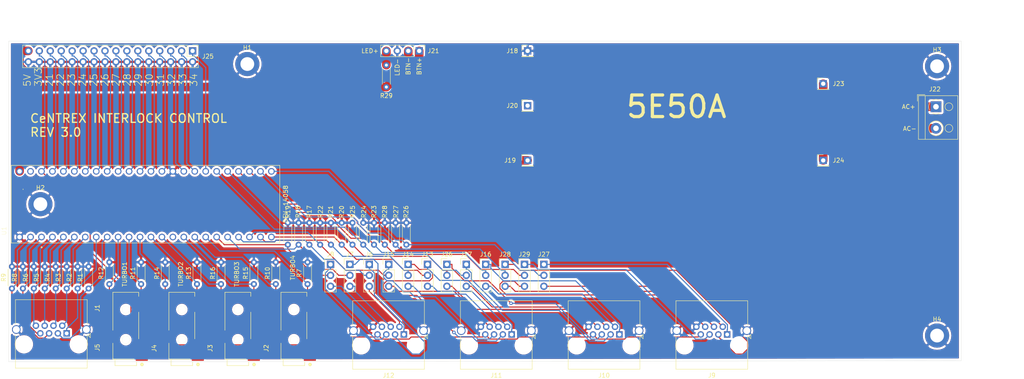
<source format=kicad_pcb>
(kicad_pcb (version 20171130) (host pcbnew "(5.1.4)-1")
  (layers (0 F.Cu signal) (31 B.Cu signal) (34 B.Paste user) (35 F.Paste user) (36 B.SilkS user) (37 F.SilkS user) (38 B.Mask user) (39 F.Mask user) (44 Edge.Cuts user))
  (net 0 "")
  (net 1 GND)
  (net 2 Backing2_interlock)
  (net 3 Compressor2_interlock)
  (net 4 Backing2_active)
  (net 5 Compressor2_active)
  (net 6 Backing1_interlock)
  (net 7 Compressor1_interlock)
  (net 8 Backing1_active)
  (net 9 Compressor1_active)
  (net 10 Turbo_active_4)
  (net 11 Turbo_interlock_4)
  (net 12 Turbo_interlock_3)
  (net 13 Turbo_active_3)
  (net 14 Turbo_interlock_2)
  (net 15 Turbo_active_2)
  (net 16 Turbo_interlock_1)
  (net 17 Turbo_active_1)
  (net 18 CG2_relay_4)
  (net 19 CG1_relay_4)
  (net 20 IG_relay_4)
  (net 21 CG2_relay_3)
  (net 22 CG1_relay_3)
  (net 23 IG_relay_3)
  (net 24 CG2_relay_2)
  (net 25 CG1_relay_2)
  (net 26 IG_relay_2)
  (net 27 CG2_relay_1)
  (net 28 CG1_relay_1)
  (net 29 IG_relay_1)
  (net 30 "Net-(U1-PadAGND)")
  (net 31 "Net-(U1-Pad3V3_1)")
  (net 32 Vsupply)
  (net 33 Vpsu)
  (net 34 "Net-(J20-Pad1)")
  (net 35 "Net-(J21-Pad4)")
  (net 36 PSU_GND)
  (net 37 110V)
  (net 38 RELAY_COM)
  (net 39 CG2_NO_4)
  (net 40 CG1_NO_4)
  (net 41 IG_NO_4)
  (net 42 CG2_NO_3)
  (net 43 CG1_NO_3)
  (net 44 IG_NO_3)
  (net 45 CG2_NO_2)
  (net 46 CG1_NO_2)
  (net 47 IG_NO_2)
  (net 48 CG2_NO_1)
  (net 49 CG1_NO_1)
  (net 50 IG_NO_1)
  (net 51 CG2_NC_4)
  (net 52 CG1_NC_4)
  (net 53 IG_NC_4)
  (net 54 CG2_NC_3)
  (net 55 CG1_NC_3)
  (net 56 IG_NC_3)
  (net 57 CG2_NC_2)
  (net 58 CG1_NC_2)
  (net 59 IG_NC_2)
  (net 60 CG2_NC_1)
  (net 61 CG1_NC_1)
  (net 62 IG_NC_1)
  (net 63 FREE14)
  (net 64 FREE13)
  (net 65 FREE12)
  (net 66 FREE11)
  (net 67 FREE10)
  (net 68 FREE9)
  (net 69 FREE8)
  (net 70 FREE7)
  (net 71 FREE6)
  (net 72 FREE5)
  (net 73 FREE4)
  (net 74 FREE3)
  (net 75 FREE2)
  (net 76 FREE1)
  (module Connector_PinHeader_2.54mm:PinHeader_1x03_P2.54mm_Vertical (layer F.Cu) (at 172.762 132.588)
    (fp_text reference J29 (at 0 -2.33) (layer F.SilkS))
    (fp_text value Conn_01x03)
    (pad 3 thru_hole oval (at 0 5.08) (size 1.7 1.7) (drill 1) (layers *.Cu *.Mask) (net 51 CG2_NC_4))
    (pad 2 thru_hole oval (at 0 2.54) (size 1.7 1.7) (drill 1) (layers *.Cu *.Mask) (net 18 CG2_relay_4))
    (pad 1 thru_hole rect (at 0 0) (size 1.7 1.7) (drill 1) (layers *.Cu *.Mask) (net 39 CG2_NO_4))
  )
  (module Connector_PinHeader_2.54mm:PinHeader_1x03_P2.54mm_Vertical (layer F.Cu) (at 168.262 132.588)
    (fp_text reference J28 (at 0 -2.33) (layer F.SilkS))
    (fp_text value Conn_01x03)
    (pad 3 thru_hole oval (at 0 5.08) (size 1.7 1.7) (drill 1) (layers *.Cu *.Mask) (net 52 CG1_NC_4))
    (pad 2 thru_hole oval (at 0 2.54) (size 1.7 1.7) (drill 1) (layers *.Cu *.Mask) (net 19 CG1_relay_4))
    (pad 1 thru_hole rect (at 0 0) (size 1.7 1.7) (drill 1) (layers *.Cu *.Mask) (net 40 CG1_NO_4))
  )
  (module Connector_PinHeader_2.54mm:PinHeader_1x03_P2.54mm_Vertical (layer F.Cu) (at 177.262 132.588)
    (fp_text reference J27 (at 0 -2.33) (layer F.SilkS))
    (fp_text value Conn_01x03)
    (pad 3 thru_hole oval (at 0 5.08) (size 1.7 1.7) (drill 1) (layers *.Cu *.Mask) (net 53 IG_NC_4))
    (pad 2 thru_hole oval (at 0 2.54) (size 1.7 1.7) (drill 1) (layers *.Cu *.Mask) (net 20 IG_relay_4))
    (pad 1 thru_hole rect (at 0 0) (size 1.7 1.7) (drill 1) (layers *.Cu *.Mask) (net 41 IG_NO_4))
  )
  (module Connector_PinHeader_2.54mm:PinHeader_1x03_P2.54mm_Vertical (layer F.Cu) (at 154.762 132.588)
    (fp_text reference J26 (at 0 -2.33) (layer F.SilkS))
    (fp_text value Conn_01x03)
    (pad 3 thru_hole oval (at 0 5.08) (size 1.7 1.7) (drill 1) (layers *.Cu *.Mask) (net 54 CG2_NC_3))
    (pad 2 thru_hole oval (at 0 2.54) (size 1.7 1.7) (drill 1) (layers *.Cu *.Mask) (net 21 CG2_relay_3))
    (pad 1 thru_hole rect (at 0 0) (size 1.7 1.7) (drill 1) (layers *.Cu *.Mask) (net 42 CG2_NO_3))
  )
  (module Connector_PinHeader_2.54mm:PinHeader_1x03_P2.54mm_Vertical (layer F.Cu) (at 159.262 132.588)
    (fp_text reference J17 (at 0 -2.33) (layer F.SilkS))
    (fp_text value Conn_01x03)
    (pad 3 thru_hole oval (at 0 5.08) (size 1.7 1.7) (drill 1) (layers *.Cu *.Mask) (net 55 CG1_NC_3))
    (pad 2 thru_hole oval (at 0 2.54) (size 1.7 1.7) (drill 1) (layers *.Cu *.Mask) (net 22 CG1_relay_3))
    (pad 1 thru_hole rect (at 0 0) (size 1.7 1.7) (drill 1) (layers *.Cu *.Mask) (net 43 CG1_NO_3))
  )
  (module Connector_PinHeader_2.54mm:PinHeader_1x03_P2.54mm_Vertical (layer F.Cu) (at 163.762 132.588)
    (fp_text reference J16 (at 0 -2.33) (layer F.SilkS))
    (fp_text value Conn_01x03)
    (pad 3 thru_hole oval (at 0 5.08) (size 1.7 1.7) (drill 1) (layers *.Cu *.Mask) (net 56 IG_NC_3))
    (pad 2 thru_hole oval (at 0 2.54) (size 1.7 1.7) (drill 1) (layers *.Cu *.Mask) (net 23 IG_relay_3))
    (pad 1 thru_hole rect (at 0 0) (size 1.7 1.7) (drill 1) (layers *.Cu *.Mask) (net 44 IG_NO_3))
  )
  (module Connector_PinHeader_2.54mm:PinHeader_1x03_P2.54mm_Vertical (layer F.Cu) (at 141.262 132.588)
    (fp_text reference J15 (at 0 -2.33) (layer F.SilkS))
    (fp_text value Conn_01x03)
    (pad 3 thru_hole oval (at 0 5.08) (size 1.7 1.7) (drill 1) (layers *.Cu *.Mask) (net 57 CG2_NC_2))
    (pad 2 thru_hole oval (at 0 2.54) (size 1.7 1.7) (drill 1) (layers *.Cu *.Mask) (net 24 CG2_relay_2))
    (pad 1 thru_hole rect (at 0 0) (size 1.7 1.7) (drill 1) (layers *.Cu *.Mask) (net 45 CG2_NO_2))
  )
  (module Connector_PinHeader_2.54mm:PinHeader_1x03_P2.54mm_Vertical (layer F.Cu) (at 145.762 132.588)
    (fp_text reference J14 (at 0 -2.33) (layer F.SilkS))
    (fp_text value Conn_01x03)
    (pad 3 thru_hole oval (at 0 5.08) (size 1.7 1.7) (drill 1) (layers *.Cu *.Mask) (net 58 CG1_NC_2))
    (pad 2 thru_hole oval (at 0 2.54) (size 1.7 1.7) (drill 1) (layers *.Cu *.Mask) (net 25 CG1_relay_2))
    (pad 1 thru_hole rect (at 0 0) (size 1.7 1.7) (drill 1) (layers *.Cu *.Mask) (net 46 CG1_NO_2))
  )
  (module Connector_PinHeader_2.54mm:PinHeader_1x03_P2.54mm_Vertical (layer F.Cu) (at 150.262 132.588)
    (fp_text reference J13 (at 0 -2.33) (layer F.SilkS))
    (fp_text value Conn_01x03)
    (pad 3 thru_hole oval (at 0 5.08) (size 1.7 1.7) (drill 1) (layers *.Cu *.Mask) (net 59 IG_NC_2))
    (pad 2 thru_hole oval (at 0 2.54) (size 1.7 1.7) (drill 1) (layers *.Cu *.Mask) (net 26 IG_relay_2))
    (pad 1 thru_hole rect (at 0 0) (size 1.7 1.7) (drill 1) (layers *.Cu *.Mask) (net 47 IG_NO_2))
  )
  (module Connector_PinHeader_2.54mm:PinHeader_1x03_P2.54mm_Vertical (layer F.Cu) (at 127.762 132.588)
    (fp_text reference J8 (at 0 -2.33) (layer F.SilkS))
    (fp_text value Conn_01x03)
    (pad 3 thru_hole oval (at 0 5.08) (size 1.7 1.7) (drill 1) (layers *.Cu *.Mask) (net 60 CG2_NC_1))
    (pad 2 thru_hole oval (at 0 2.54) (size 1.7 1.7) (drill 1) (layers *.Cu *.Mask) (net 27 CG2_relay_1))
    (pad 1 thru_hole rect (at 0 0) (size 1.7 1.7) (drill 1) (layers *.Cu *.Mask) (net 48 CG2_NO_1))
  )
  (module Connector_PinHeader_2.54mm:PinHeader_1x03_P2.54mm_Vertical (layer F.Cu) (at 132.262 132.588)
    (fp_text reference J7 (at 0 -2.33) (layer F.SilkS))
    (fp_text value Conn_01x03)
    (pad 3 thru_hole oval (at 0 5.08) (size 1.7 1.7) (drill 1) (layers *.Cu *.Mask) (net 61 CG1_NC_1))
    (pad 2 thru_hole oval (at 0 2.54) (size 1.7 1.7) (drill 1) (layers *.Cu *.Mask) (net 28 CG1_relay_1))
    (pad 1 thru_hole rect (at 0 0) (size 1.7 1.7) (drill 1) (layers *.Cu *.Mask) (net 49 CG1_NO_1))
  )
  (module Connector_PinHeader_2.54mm:PinHeader_1x03_P2.54mm_Vertical (layer F.Cu) (at 136.762 132.588)
    (fp_text reference J6 (at 0 -2.33) (layer F.SilkS))
    (fp_text value Conn_01x03)
    (pad 3 thru_hole oval (at 0 5.08) (size 1.7 1.7) (drill 1) (layers *.Cu *.Mask) (net 62 IG_NC_1))
    (pad 2 thru_hole oval (at 0 2.54) (size 1.7 1.7) (drill 1) (layers *.Cu *.Mask) (net 29 IG_relay_1))
    (pad 1 thru_hole rect (at 0 0) (size 1.7 1.7) (drill 1) (layers *.Cu *.Mask) (net 50 IG_NO_1))
  )
  (module Resistor_THT:R_Axial_DIN0204_L3.6mm_D1.6mm_P5.08mm_Horizontal (layer F.Cu) (at 140.356 128.016 90)
    (fp_text reference R28 (at 7.65 -0.016 270) (layer F.SilkS))
    (fp_text value R)
    (pad 2 thru_hole oval (at 5.08 0 90) (size 1.4 1.4) (drill 0.7) (layers *.Cu *.Mask) (net 1 GND))
    (pad 1 thru_hole circle (at 0 0 90) (size 1.4 1.4) (drill 0.7) (layers *.Cu *.Mask) (net 18 CG2_relay_4))
  )
  (module Resistor_THT:R_Axial_DIN0204_L3.6mm_D1.6mm_P5.08mm_Horizontal (layer F.Cu) (at 142.856 128.016 90)
    (fp_text reference R27 (at 7.65 0.086 270) (layer F.SilkS))
    (fp_text value R)
    (pad 2 thru_hole oval (at 5.08 0 90) (size 1.4 1.4) (drill 0.7) (layers *.Cu *.Mask) (net 1 GND))
    (pad 1 thru_hole circle (at 0 0 90) (size 1.4 1.4) (drill 0.7) (layers *.Cu *.Mask) (net 19 CG1_relay_4))
  )
  (module Resistor_THT:R_Axial_DIN0204_L3.6mm_D1.6mm_P5.08mm_Horizontal (layer F.Cu) (at 145.356 128.016 90)
    (fp_text reference R26 (at 7.65 -0.066 270) (layer F.SilkS))
    (fp_text value R)
    (pad 2 thru_hole oval (at 5.08 0 90) (size 1.4 1.4) (drill 0.7) (layers *.Cu *.Mask) (net 1 GND))
    (pad 1 thru_hole circle (at 0 0 90) (size 1.4 1.4) (drill 0.7) (layers *.Cu *.Mask) (net 20 IG_relay_4))
  )
  (module Resistor_THT:R_Axial_DIN0204_L3.6mm_D1.6mm_P5.08mm_Horizontal (layer F.Cu) (at 132.856 128.016 90)
    (fp_text reference R25 (at 7.65 0.036 90) (layer F.SilkS))
    (fp_text value R)
    (pad 2 thru_hole oval (at 5.08 0 90) (size 1.4 1.4) (drill 0.7) (layers *.Cu *.Mask) (net 1 GND))
    (pad 1 thru_hole circle (at 0 0 90) (size 1.4 1.4) (drill 0.7) (layers *.Cu *.Mask) (net 21 CG2_relay_3))
  )
  (module Resistor_THT:R_Axial_DIN0204_L3.6mm_D1.6mm_P5.08mm_Horizontal (layer F.Cu) (at 135.356 128.016 90)
    (fp_text reference R24 (at 7.65 0.138 90) (layer F.SilkS))
    (fp_text value R)
    (pad 2 thru_hole oval (at 5.08 0 90) (size 1.4 1.4) (drill 0.7) (layers *.Cu *.Mask) (net 1 GND))
    (pad 1 thru_hole circle (at 0 0 90) (size 1.4 1.4) (drill 0.7) (layers *.Cu *.Mask) (net 22 CG1_relay_3))
  )
  (module Resistor_THT:R_Axial_DIN0204_L3.6mm_D1.6mm_P5.08mm_Horizontal (layer F.Cu) (at 137.856 128.016 90)
    (fp_text reference R23 (at 7.65 -0.014 90) (layer F.SilkS))
    (fp_text value R)
    (pad 2 thru_hole oval (at 5.08 0 90) (size 1.4 1.4) (drill 0.7) (layers *.Cu *.Mask) (net 1 GND))
    (pad 1 thru_hole circle (at 0 0 90) (size 1.4 1.4) (drill 0.7) (layers *.Cu *.Mask) (net 23 IG_relay_3))
  )
  (module Resistor_THT:R_Axial_DIN0204_L3.6mm_D1.6mm_P5.08mm_Horizontal (layer F.Cu) (at 125.356 128.016 90)
    (fp_text reference R22 (at 7.65 0.088 90) (layer F.SilkS))
    (fp_text value R)
    (pad 2 thru_hole oval (at 5.08 0 90) (size 1.4 1.4) (drill 0.7) (layers *.Cu *.Mask) (net 1 GND))
    (pad 1 thru_hole circle (at 0 0 90) (size 1.4 1.4) (drill 0.7) (layers *.Cu *.Mask) (net 24 CG2_relay_2))
  )
  (module Resistor_THT:R_Axial_DIN0204_L3.6mm_D1.6mm_P5.08mm_Horizontal (layer F.Cu) (at 127.856 128.016 90)
    (fp_text reference R21 (at 7.65 -0.064 90) (layer F.SilkS))
    (fp_text value R)
    (pad 2 thru_hole oval (at 5.08 0 90) (size 1.4 1.4) (drill 0.7) (layers *.Cu *.Mask) (net 1 GND))
    (pad 1 thru_hole circle (at 0 0 90) (size 1.4 1.4) (drill 0.7) (layers *.Cu *.Mask) (net 25 CG1_relay_2))
  )
  (module Resistor_THT:R_Axial_DIN0204_L3.6mm_D1.6mm_P5.08mm_Horizontal (layer F.Cu) (at 130.356 128.016 90)
    (fp_text reference R20 (at 7.62 0 90) (layer F.SilkS))
    (fp_text value R)
    (pad 2 thru_hole oval (at 5.08 0 90) (size 1.4 1.4) (drill 0.7) (layers *.Cu *.Mask) (net 1 GND))
    (pad 1 thru_hole circle (at 0 0 90) (size 1.4 1.4) (drill 0.7) (layers *.Cu *.Mask) (net 26 IG_relay_2))
  )
  (module Resistor_THT:R_Axial_DIN0204_L3.6mm_D1.6mm_P5.08mm_Horizontal (layer F.Cu) (at 117.856 128.016 90)
    (fp_text reference R19 (at 7.65 0.038 90) (layer F.SilkS))
    (fp_text value R)
    (pad 2 thru_hole oval (at 5.08 0 90) (size 1.4 1.4) (drill 0.7) (layers *.Cu *.Mask) (net 1 GND))
    (pad 1 thru_hole circle (at 0 0 90) (size 1.4 1.4) (drill 0.7) (layers *.Cu *.Mask) (net 27 CG2_relay_1))
  )
  (module Resistor_THT:R_Axial_DIN0204_L3.6mm_D1.6mm_P5.08mm_Horizontal (layer F.Cu) (at 120.356 128.016 90)
    (fp_text reference R18 (at 7.65 -0.114 90) (layer F.SilkS))
    (fp_text value R)
    (pad 2 thru_hole oval (at 5.08 0 90) (size 1.4 1.4) (drill 0.7) (layers *.Cu *.Mask) (net 1 GND))
    (pad 1 thru_hole circle (at 0 0 90) (size 1.4 1.4) (drill 0.7) (layers *.Cu *.Mask) (net 28 CG1_relay_1))
  )
  (module Resistor_THT:R_Axial_DIN0204_L3.6mm_D1.6mm_P5.08mm_Horizontal (layer F.Cu) (at 122.856 128.016 90)
    (fp_text reference R17 (at 7.65 -0.012 90) (layer F.SilkS))
    (fp_text value R)
    (pad 2 thru_hole oval (at 5.08 0 90) (size 1.4 1.4) (drill 0.7) (layers *.Cu *.Mask) (net 1 GND))
    (pad 1 thru_hole circle (at 0 0 90) (size 1.4 1.4) (drill 0.7) (layers *.Cu *.Mask) (net 29 IG_relay_1))
  )
  (module Connector_RJ:RJ45_Amphenol_RJHSE5380 (layer F.Cu) (at 144.78 148.844 180)
    (fp_text reference J12 (at 3.56 -9.5) (layer F.SilkS))
    (fp_text value HORNET_1)
    (pad SH thru_hole circle (at -4.57 0.89 180) (size 2 2) (drill 1.57) (layers *.Cu *.Mask) (net 1 GND))
    (pad SH thru_hole circle (at 11.69 0.89 180) (size 2 2) (drill 1.57) (layers *.Cu *.Mask) (net 1 GND))
    (pad "" np_thru_hole circle (at 9.91 -2.54 180) (size 3.25 3.25) (drill 3.25) (layers *.Cu *.Mask))
    (pad "" np_thru_hole circle (at -2.79 -2.54 180) (size 3.25 3.25) (drill 3.25) (layers *.Cu *.Mask))
    (pad 8 thru_hole circle (at 7.14 1.78 180) (size 1.5 1.5) (drill 0.89) (layers *.Cu *.Mask) (net 1 GND))
    (pad 6 thru_hole circle (at 5.1 1.78 180) (size 1.5 1.5) (drill 0.89) (layers *.Cu *.Mask) (net 60 CG2_NC_1))
    (pad 4 thru_hole circle (at 3.06 1.78 180) (size 1.5 1.5) (drill 0.89) (layers *.Cu *.Mask) (net 61 CG1_NC_1))
    (pad 2 thru_hole circle (at 1.02 1.78 180) (size 1.5 1.5) (drill 0.89) (layers *.Cu *.Mask) (net 62 IG_NC_1))
    (pad 7 thru_hole circle (at 6.12 0 180) (size 1.5 1.5) (drill 0.89) (layers *.Cu *.Mask) (net 38 RELAY_COM))
    (pad 5 thru_hole circle (at 4.08 0 180) (size 1.5 1.5) (drill 0.89) (layers *.Cu *.Mask) (net 48 CG2_NO_1))
    (pad 3 thru_hole circle (at 2.04 0 180) (size 1.5 1.5) (drill 0.89) (layers *.Cu *.Mask) (net 49 CG1_NO_1))
    (pad 1 thru_hole rect (at 0 0 180) (size 1.5 1.5) (drill 0.89) (layers *.Cu *.Mask) (net 50 IG_NO_1))
  )
  (module Connector_RJ:RJ45_Amphenol_RJHSE5380 (layer F.Cu) (at 169.78 148.844 180)
    (fp_text reference J11 (at 3.56 -9.5) (layer F.SilkS))
    (fp_text value HORNET_2)
    (pad SH thru_hole circle (at -4.57 0.89 180) (size 2 2) (drill 1.57) (layers *.Cu *.Mask) (net 1 GND))
    (pad SH thru_hole circle (at 11.69 0.89 180) (size 2 2) (drill 1.57) (layers *.Cu *.Mask) (net 1 GND))
    (pad "" np_thru_hole circle (at 9.91 -2.54 180) (size 3.25 3.25) (drill 3.25) (layers *.Cu *.Mask))
    (pad "" np_thru_hole circle (at -2.79 -2.54 180) (size 3.25 3.25) (drill 3.25) (layers *.Cu *.Mask))
    (pad 8 thru_hole circle (at 7.14 1.78 180) (size 1.5 1.5) (drill 0.89) (layers *.Cu *.Mask) (net 1 GND))
    (pad 6 thru_hole circle (at 5.1 1.78 180) (size 1.5 1.5) (drill 0.89) (layers *.Cu *.Mask) (net 57 CG2_NC_2))
    (pad 4 thru_hole circle (at 3.06 1.78 180) (size 1.5 1.5) (drill 0.89) (layers *.Cu *.Mask) (net 58 CG1_NC_2))
    (pad 2 thru_hole circle (at 1.02 1.78 180) (size 1.5 1.5) (drill 0.89) (layers *.Cu *.Mask) (net 59 IG_NC_2))
    (pad 7 thru_hole circle (at 6.12 0 180) (size 1.5 1.5) (drill 0.89) (layers *.Cu *.Mask) (net 38 RELAY_COM))
    (pad 5 thru_hole circle (at 4.08 0 180) (size 1.5 1.5) (drill 0.89) (layers *.Cu *.Mask) (net 45 CG2_NO_2))
    (pad 3 thru_hole circle (at 2.04 0 180) (size 1.5 1.5) (drill 0.89) (layers *.Cu *.Mask) (net 46 CG1_NO_2))
    (pad 1 thru_hole rect (at 0 0 180) (size 1.5 1.5) (drill 0.89) (layers *.Cu *.Mask) (net 47 IG_NO_2))
  )
  (module Connector_RJ:RJ45_Amphenol_RJHSE5380 (layer F.Cu) (at 194.78 148.844 180)
    (fp_text reference J10 (at 3.56 -9.5) (layer F.SilkS))
    (fp_text value HORNET_3)
    (pad SH thru_hole circle (at -4.57 0.89 180) (size 2 2) (drill 1.57) (layers *.Cu *.Mask) (net 1 GND))
    (pad SH thru_hole circle (at 11.69 0.89 180) (size 2 2) (drill 1.57) (layers *.Cu *.Mask) (net 1 GND))
    (pad "" np_thru_hole circle (at 9.91 -2.54 180) (size 3.25 3.25) (drill 3.25) (layers *.Cu *.Mask))
    (pad "" np_thru_hole circle (at -2.79 -2.54 180) (size 3.25 3.25) (drill 3.25) (layers *.Cu *.Mask))
    (pad 8 thru_hole circle (at 7.14 1.78 180) (size 1.5 1.5) (drill 0.89) (layers *.Cu *.Mask) (net 1 GND))
    (pad 6 thru_hole circle (at 5.1 1.78 180) (size 1.5 1.5) (drill 0.89) (layers *.Cu *.Mask) (net 54 CG2_NC_3))
    (pad 4 thru_hole circle (at 3.06 1.78 180) (size 1.5 1.5) (drill 0.89) (layers *.Cu *.Mask) (net 55 CG1_NC_3))
    (pad 2 thru_hole circle (at 1.02 1.78 180) (size 1.5 1.5) (drill 0.89) (layers *.Cu *.Mask) (net 56 IG_NC_3))
    (pad 7 thru_hole circle (at 6.12 0 180) (size 1.5 1.5) (drill 0.89) (layers *.Cu *.Mask) (net 38 RELAY_COM))
    (pad 5 thru_hole circle (at 4.08 0 180) (size 1.5 1.5) (drill 0.89) (layers *.Cu *.Mask) (net 42 CG2_NO_3))
    (pad 3 thru_hole circle (at 2.04 0 180) (size 1.5 1.5) (drill 0.89) (layers *.Cu *.Mask) (net 43 CG1_NO_3))
    (pad 1 thru_hole rect (at 0 0 180) (size 1.5 1.5) (drill 0.89) (layers *.Cu *.Mask) (net 44 IG_NO_3))
  )
  (module Connector_RJ:RJ45_Amphenol_RJHSE5380 (layer F.Cu) (at 219.78 148.844 180)
    (fp_text reference J9 (at 3.56 -9.5) (layer F.SilkS))
    (fp_text value HORNET_4)
    (pad SH thru_hole circle (at -4.57 0.89 180) (size 2 2) (drill 1.57) (layers *.Cu *.Mask) (net 1 GND))
    (pad SH thru_hole circle (at 11.69 0.89 180) (size 2 2) (drill 1.57) (layers *.Cu *.Mask) (net 1 GND))
    (pad "" np_thru_hole circle (at 9.91 -2.54 180) (size 3.25 3.25) (drill 3.25) (layers *.Cu *.Mask))
    (pad "" np_thru_hole circle (at -2.79 -2.54 180) (size 3.25 3.25) (drill 3.25) (layers *.Cu *.Mask))
    (pad 8 thru_hole circle (at 7.14 1.78 180) (size 1.5 1.5) (drill 0.89) (layers *.Cu *.Mask) (net 1 GND))
    (pad 6 thru_hole circle (at 5.1 1.78 180) (size 1.5 1.5) (drill 0.89) (layers *.Cu *.Mask) (net 51 CG2_NC_4))
    (pad 4 thru_hole circle (at 3.06 1.78 180) (size 1.5 1.5) (drill 0.89) (layers *.Cu *.Mask) (net 52 CG1_NC_4))
    (pad 2 thru_hole circle (at 1.02 1.78 180) (size 1.5 1.5) (drill 0.89) (layers *.Cu *.Mask) (net 53 IG_NC_4))
    (pad 7 thru_hole circle (at 6.12 0 180) (size 1.5 1.5) (drill 0.89) (layers *.Cu *.Mask) (net 38 RELAY_COM))
    (pad 5 thru_hole circle (at 4.08 0 180) (size 1.5 1.5) (drill 0.89) (layers *.Cu *.Mask) (net 39 CG2_NO_4))
    (pad 3 thru_hole circle (at 2.04 0 180) (size 1.5 1.5) (drill 0.89) (layers *.Cu *.Mask) (net 40 CG1_NO_4))
    (pad 1 thru_hole rect (at 0 0 180) (size 1.5 1.5) (drill 0.89) (layers *.Cu *.Mask) (net 41 IG_NO_4))
  )
  (module SJ-43514-SMT:CUI_SJ-43514-SMT (layer F.Cu) (at 80.264 146.812 90)
    (fp_text reference J5 (at -5.08 -6.604 270) (layer F.SilkS))
    (fp_text value TURBO1 (at 11.938 -0.254 90) (layer F.SilkS))
    (pad Hole np_thru_hole circle (at 3.75 0 90) (size 1.7 1.7) (drill 1.7) (layers *.Cu *.Mask F.SilkS))
    (pad Hole np_thru_hole circle (at -3.25 0 90) (size 1.7 1.7) (drill 1.7) (layers *.Cu *.Mask F.SilkS))
    (pad 4 smd rect (at -4.35 3.7 270) (size 2.2 2.8) (layers F.Cu F.Paste F.Mask) (net 38 RELAY_COM))
    (pad 3 smd rect (at -2.45 -3.7 270) (size 2.2 2.8) (layers F.Cu F.Paste F.Mask) (net 16 Turbo_interlock_1))
    (pad 2 smd rect (at 5.05 3.6 270) (size 2.8 2.6) (layers F.Cu F.Paste F.Mask) (net 17 Turbo_active_1))
    (pad 1 smd rect (at -7.15 3.7 270) (size 2 2.8) (layers F.Cu F.Paste F.Mask) (net 1 GND))
  )
  (module SJ-43514-SMT:CUI_SJ-43514-SMT (layer F.Cu) (at 106.264 146.812 90)
    (fp_text reference J3 (at -5.23394 -6.41433 270) (layer F.SilkS))
    (fp_text value TURBO3 (at 11.938 -0.254 90) (layer F.SilkS))
    (pad Hole np_thru_hole circle (at 3.75 0 90) (size 1.7 1.7) (drill 1.7) (layers *.Cu *.Mask F.SilkS))
    (pad Hole np_thru_hole circle (at -3.25 0 90) (size 1.7 1.7) (drill 1.7) (layers *.Cu *.Mask F.SilkS))
    (pad 4 smd rect (at -4.35 3.7 270) (size 2.2 2.8) (layers F.Cu F.Paste F.Mask) (net 38 RELAY_COM))
    (pad 3 smd rect (at -2.45 -3.7 270) (size 2.2 2.8) (layers F.Cu F.Paste F.Mask) (net 12 Turbo_interlock_3))
    (pad 2 smd rect (at 5.05 3.6 270) (size 2.8 2.6) (layers F.Cu F.Paste F.Mask) (net 13 Turbo_active_3))
    (pad 1 smd rect (at -7.15 3.7 270) (size 2 2.8) (layers F.Cu F.Paste F.Mask) (net 1 GND))
  )
  (module SJ-43514-SMT:CUI_SJ-43514-SMT (layer F.Cu) (at 93.264 146.812 90)
    (fp_text reference J4 (at -5.23394 -6.41433 270) (layer F.SilkS))
    (fp_text value TURBO2 (at 11.938 -0.254 90) (layer F.SilkS))
    (pad Hole np_thru_hole circle (at 3.75 0 90) (size 1.7 1.7) (drill 1.7) (layers *.Cu *.Mask F.SilkS))
    (pad Hole np_thru_hole circle (at -3.25 0 90) (size 1.7 1.7) (drill 1.7) (layers *.Cu *.Mask F.SilkS))
    (pad 4 smd rect (at -4.35 3.7 270) (size 2.2 2.8) (layers F.Cu F.Paste F.Mask) (net 38 RELAY_COM))
    (pad 3 smd rect (at -2.45 -3.7 270) (size 2.2 2.8) (layers F.Cu F.Paste F.Mask) (net 14 Turbo_interlock_2))
    (pad 2 smd rect (at 5.05 3.6 270) (size 2.8 2.6) (layers F.Cu F.Paste F.Mask) (net 15 Turbo_active_2))
    (pad 1 smd rect (at -7.15 3.7 270) (size 2 2.8) (layers F.Cu F.Paste F.Mask) (net 1 GND))
  )
  (module SJ-43514-SMT:CUI_SJ-43514-SMT (layer F.Cu) (at 119.264 146.812 90)
    (fp_text reference J2 (at -5.23394 -6.41433 90) (layer F.SilkS))
    (fp_text value TURBO4 (at 13.462 -0.254 90) (layer F.SilkS))
    (pad Hole np_thru_hole circle (at 3.75 0 90) (size 1.7 1.7) (drill 1.7) (layers *.Cu *.Mask F.SilkS))
    (pad Hole np_thru_hole circle (at -3.25 0 90) (size 1.7 1.7) (drill 1.7) (layers *.Cu *.Mask F.SilkS))
    (pad 4 smd rect (at -4.35 3.7 270) (size 2.2 2.8) (layers F.Cu F.Paste F.Mask) (net 38 RELAY_COM))
    (pad 3 smd rect (at -2.45 -3.7 270) (size 2.2 2.8) (layers F.Cu F.Paste F.Mask) (net 10 Turbo_active_4))
    (pad 2 smd rect (at 5.05 3.6 270) (size 2.8 2.6) (layers F.Cu F.Paste F.Mask) (net 11 Turbo_interlock_4))
    (pad 1 smd rect (at -7.15 3.7 270) (size 2 2.8) (layers F.Cu F.Paste F.Mask) (net 1 GND))
  )
  (module Resistor_THT:R_Axial_DIN0204_L3.6mm_D1.6mm_P5.08mm_Horizontal (layer F.Cu) (at 89.408 137.16 90)
    (fp_text reference R14 (at 2.54 -1.92 90) (layer F.SilkS))
    (fp_text value R)
    (pad 2 thru_hole oval (at 5.08 0 90) (size 1.4 1.4) (drill 0.7) (layers *.Cu *.Mask) (net 1 GND))
    (pad 1 thru_hole circle (at 0 0 90) (size 1.4 1.4) (drill 0.7) (layers *.Cu *.Mask) (net 14 Turbo_interlock_2))
  )
  (module Resistor_THT:R_Axial_DIN0204_L3.6mm_D1.6mm_P5.08mm_Horizontal (layer F.Cu) (at 115.062 137.16 90)
    (fp_text reference R10 (at 2.54 -1.92 90) (layer F.SilkS))
    (fp_text value R)
    (pad 2 thru_hole oval (at 5.08 0 90) (size 1.4 1.4) (drill 0.7) (layers *.Cu *.Mask) (net 1 GND))
    (pad 1 thru_hole circle (at 0 0 90) (size 1.4 1.4) (drill 0.7) (layers *.Cu *.Mask) (net 10 Turbo_active_4))
  )
  (module Resistor_THT:R_Axial_DIN0204_L3.6mm_D1.6mm_P5.08mm_Horizontal (layer F.Cu) (at 109.982 137.16 90)
    (fp_text reference R15 (at 2.54 -1.92 90) (layer F.SilkS))
    (fp_text value R)
    (pad 2 thru_hole oval (at 5.08 0 90) (size 1.4 1.4) (drill 0.7) (layers *.Cu *.Mask) (net 1 GND))
    (pad 1 thru_hole circle (at 0 0 90) (size 1.4 1.4) (drill 0.7) (layers *.Cu *.Mask) (net 13 Turbo_active_3))
  )
  (module Resistor_THT:R_Axial_DIN0204_L3.6mm_D1.6mm_P5.08mm_Horizontal (layer F.Cu) (at 122.428 137.16 90)
    (fp_text reference R7 (at 2.54 -1.92 90) (layer F.SilkS))
    (fp_text value R)
    (pad 2 thru_hole oval (at 5.08 0 90) (size 1.4 1.4) (drill 0.7) (layers *.Cu *.Mask) (net 1 GND))
    (pad 1 thru_hole circle (at 0 0 90) (size 1.4 1.4) (drill 0.7) (layers *.Cu *.Mask) (net 11 Turbo_interlock_4))
  )
  (module Resistor_THT:R_Axial_DIN0204_L3.6mm_D1.6mm_P5.08mm_Horizontal (layer F.Cu) (at 96.774 137.16 90)
    (fp_text reference R13 (at 2.54 -1.92 90) (layer F.SilkS))
    (fp_text value R)
    (pad 2 thru_hole oval (at 5.08 0 90) (size 1.4 1.4) (drill 0.7) (layers *.Cu *.Mask) (net 1 GND))
    (pad 1 thru_hole circle (at 0 0 90) (size 1.4 1.4) (drill 0.7) (layers *.Cu *.Mask) (net 15 Turbo_active_2))
  )
  (module Resistor_THT:R_Axial_DIN0204_L3.6mm_D1.6mm_P5.08mm_Horizontal (layer F.Cu) (at 102.362 137.16 90)
    (fp_text reference R16 (at 2.54 -1.92 90) (layer F.SilkS))
    (fp_text value R)
    (pad 2 thru_hole oval (at 5.08 0 90) (size 1.4 1.4) (drill 0.7) (layers *.Cu *.Mask) (net 1 GND))
    (pad 1 thru_hole circle (at 0 0 90) (size 1.4 1.4) (drill 0.7) (layers *.Cu *.Mask) (net 12 Turbo_interlock_3))
  )
  (module Resistor_THT:R_Axial_DIN0204_L3.6mm_D1.6mm_P5.08mm_Horizontal (layer F.Cu) (at 83.82 137.16 90)
    (fp_text reference R11 (at 2.54 -1.92 90) (layer F.SilkS))
    (fp_text value R)
    (pad 2 thru_hole oval (at 5.08 0 90) (size 1.4 1.4) (drill 0.7) (layers *.Cu *.Mask) (net 1 GND))
    (pad 1 thru_hole circle (at 0 0 90) (size 1.4 1.4) (drill 0.7) (layers *.Cu *.Mask) (net 17 Turbo_active_1))
  )
  (module MountingHole:MountingHole_3.2mm_M3_DIN965_Pad (layer F.Cu) (at 60.452 118.618)
    (fp_text reference H2 (at 0 -3.8) (layer F.SilkS))
    (fp_text value MountingHole_Pad)
    (pad 1 thru_hole circle (at 0 0) (size 5.6 5.6) (drill 3.2) (layers *.Cu *.Mask) (net 1 GND))
  )
  (module MountingHole:MountingHole_3.2mm_M3_DIN965_Pad (layer F.Cu) (at 268.478 149.098)
    (fp_text reference H4 (at 0 -3.8) (layer F.SilkS))
    (fp_text value MountingHole_Pad)
    (pad 1 thru_hole circle (at 0 0) (size 5.6 5.6) (drill 3.2) (layers *.Cu *.Mask) (net 1 GND))
  )
  (module MountingHole:MountingHole_3.2mm_M3_DIN965_Pad (layer F.Cu) (at 268.478 86.614)
    (fp_text reference H3 (at 0 -3.8) (layer F.SilkS))
    (fp_text value MountingHole_Pad)
    (pad 1 thru_hole circle (at 0 0) (size 5.6 5.6) (drill 3.2) (layers *.Cu *.Mask) (net 1 GND))
  )
  (module MountingHole:MountingHole_3.2mm_M3_DIN965_Pad (layer F.Cu) (at 108.458 86.106)
    (fp_text reference H1 (at 0 -3.8) (layer F.SilkS))
    (fp_text value MountingHole_Pad)
    (pad 1 thru_hole circle (at 0 0) (size 5.6 5.6) (drill 3.2) (layers *.Cu *.Mask) (net 1 GND))
  )
  (module DEV-14058:SPARKFUN_DEV-14058 (layer F.Cu) (at 84.836 118.618 90)
    (fp_text reference U1 (at -6.17253 -32.8085 90) (layer F.SilkS) (effects (font (size 1.00041 1.00041) (thickness 0.05))))
    (fp_text value DEV-14058 (at 0 32.512 90) (layer F.SilkS))
    (pad 39 thru_hole circle (at 7.62 13.97 90) (size 1.53 1.53) (drill 1.02) (layers *.Cu *.Mask) (net 76 FREE1))
    (pad 38 thru_hole circle (at 7.62 16.51 90) (size 1.53 1.53) (drill 1.02) (layers *.Cu *.Mask) (net 21 CG2_relay_3))
    (pad 37 thru_hole circle (at 7.62 19.05 90) (size 1.53 1.53) (drill 1.02) (layers *.Cu *.Mask) (net 22 CG1_relay_3))
    (pad 36 thru_hole circle (at 7.62 21.59 90) (size 1.53 1.53) (drill 1.02) (layers *.Cu *.Mask) (net 23 IG_relay_3))
    (pad 35 thru_hole circle (at 7.62 24.13 90) (size 1.53 1.53) (drill 1.02) (layers *.Cu *.Mask) (net 18 CG2_relay_4))
    (pad 34 thru_hole circle (at 7.62 26.67 90) (size 1.53 1.53) (drill 1.02) (layers *.Cu *.Mask) (net 19 CG1_relay_4))
    (pad 33 thru_hole circle (at 7.62 29.21 90) (size 1.53 1.53) (drill 1.02) (layers *.Cu *.Mask) (net 20 IG_relay_4))
    (pad A21 thru_hole circle (at 7.62 11.43 90) (size 1.53 1.53) (drill 1.02) (layers *.Cu *.Mask) (net 75 FREE2))
    (pad A22 thru_hole circle (at 7.62 8.89 90) (size 1.53 1.53) (drill 1.02) (layers *.Cu *.Mask) (net 74 FREE3))
    (pad GND_2 thru_hole circle (at 7.62 6.35 90) (size 1.53 1.53) (drill 1.02) (layers *.Cu *.Mask) (net 1 GND))
    (pad 32 thru_hole circle (at -7.62 29.21 90) (size 1.53 1.53) (drill 1.02) (layers *.Cu *.Mask) (net 26 IG_relay_2))
    (pad 31 thru_hole circle (at -7.62 26.67 90) (size 1.53 1.53) (drill 1.02) (layers *.Cu *.Mask) (net 25 CG1_relay_2))
    (pad 30 thru_hole circle (at -7.62 24.13 90) (size 1.53 1.53) (drill 1.02) (layers *.Cu *.Mask) (net 24 CG2_relay_2))
    (pad 29 thru_hole circle (at -7.62 21.59 90) (size 1.53 1.53) (drill 1.02) (layers *.Cu *.Mask) (net 29 IG_relay_1))
    (pad 28 thru_hole circle (at -7.62 19.05 90) (size 1.53 1.53) (drill 1.02) (layers *.Cu *.Mask) (net 28 CG1_relay_1))
    (pad 27 thru_hole circle (at -7.62 16.51 90) (size 1.53 1.53) (drill 1.02) (layers *.Cu *.Mask) (net 27 CG2_relay_1))
    (pad 26 thru_hole circle (at -7.62 13.97 90) (size 1.53 1.53) (drill 1.02) (layers *.Cu *.Mask) (net 11 Turbo_interlock_4))
    (pad 25 thru_hole circle (at -7.62 11.43 90) (size 1.53 1.53) (drill 1.02) (layers *.Cu *.Mask) (net 10 Turbo_active_4))
    (pad VIN thru_hole circle (at 7.62 -29.21 90) (size 1.53 1.53) (drill 1.02) (layers *.Cu *.Mask) (net 32 Vsupply))
    (pad AGND thru_hole circle (at 7.62 -26.67 90) (size 1.53 1.53) (drill 1.02) (layers *.Cu *.Mask) (net 30 "Net-(U1-PadAGND)"))
    (pad 3V3_2 thru_hole circle (at 7.62 -24.13 90) (size 1.53 1.53) (drill 1.02) (layers *.Cu *.Mask) (net 38 RELAY_COM))
    (pad 23 thru_hole circle (at 7.62 -21.59 90) (size 1.53 1.53) (drill 1.02) (layers *.Cu *.Mask) (net 63 FREE14))
    (pad 22 thru_hole circle (at 7.62 -19.05 90) (size 1.53 1.53) (drill 1.02) (layers *.Cu *.Mask) (net 64 FREE13))
    (pad 21 thru_hole circle (at 7.62 -16.51 90) (size 1.53 1.53) (drill 1.02) (layers *.Cu *.Mask) (net 65 FREE12))
    (pad 20 thru_hole circle (at 7.62 -13.97 90) (size 1.53 1.53) (drill 1.02) (layers *.Cu *.Mask) (net 66 FREE11))
    (pad 19 thru_hole circle (at 7.62 -11.43 90) (size 1.53 1.53) (drill 1.02) (layers *.Cu *.Mask) (net 67 FREE10))
    (pad 18 thru_hole circle (at 7.62 -8.89 90) (size 1.53 1.53) (drill 1.02) (layers *.Cu *.Mask) (net 68 FREE9))
    (pad 17 thru_hole circle (at 7.62 -6.35 90) (size 1.53 1.53) (drill 1.02) (layers *.Cu *.Mask) (net 69 FREE8))
    (pad 16 thru_hole circle (at 7.62 -3.81 90) (size 1.53 1.53) (drill 1.02) (layers *.Cu *.Mask) (net 70 FREE7))
    (pad 15 thru_hole circle (at 7.62 -1.27 90) (size 1.53 1.53) (drill 1.02) (layers *.Cu *.Mask) (net 71 FREE6))
    (pad 14 thru_hole circle (at 7.62 1.27 90) (size 1.53 1.53) (drill 1.02) (layers *.Cu *.Mask) (net 72 FREE5))
    (pad 13 thru_hole circle (at 7.62 3.81 90) (size 1.53 1.53) (drill 1.02) (layers *.Cu *.Mask) (net 73 FREE4))
    (pad 24 thru_hole circle (at -7.62 8.89 90) (size 1.53 1.53) (drill 1.02) (layers *.Cu *.Mask) (net 13 Turbo_active_3))
    (pad 3V3_1 thru_hole circle (at -7.62 6.35 90) (size 1.53 1.53) (drill 1.02) (layers *.Cu *.Mask) (net 31 "Net-(U1-Pad3V3_1)"))
    (pad 12 thru_hole circle (at -7.62 3.81 90) (size 1.53 1.53) (drill 1.02) (layers *.Cu *.Mask) (net 12 Turbo_interlock_3))
    (pad 11 thru_hole circle (at -7.62 1.27 90) (size 1.53 1.53) (drill 1.02) (layers *.Cu *.Mask) (net 15 Turbo_active_2))
    (pad 10 thru_hole circle (at -7.62 -1.27 90) (size 1.53 1.53) (drill 1.02) (layers *.Cu *.Mask) (net 14 Turbo_interlock_2))
    (pad 9 thru_hole circle (at -7.62 -3.81 90) (size 1.53 1.53) (drill 1.02) (layers *.Cu *.Mask) (net 17 Turbo_active_1))
    (pad 8 thru_hole circle (at -7.62 -6.35 90) (size 1.53 1.53) (drill 1.02) (layers *.Cu *.Mask) (net 16 Turbo_interlock_1))
    (pad 7 thru_hole circle (at -7.62 -8.89 90) (size 1.53 1.53) (drill 1.02) (layers *.Cu *.Mask) (net 8 Backing1_active))
    (pad 6 thru_hole circle (at -7.62 -11.43 90) (size 1.53 1.53) (drill 1.02) (layers *.Cu *.Mask) (net 9 Compressor1_active))
    (pad 5 thru_hole circle (at -7.62 -13.97 90) (size 1.53 1.53) (drill 1.02) (layers *.Cu *.Mask) (net 5 Compressor2_active))
    (pad 4 thru_hole circle (at -7.62 -16.51 90) (size 1.53 1.53) (drill 1.02) (layers *.Cu *.Mask) (net 4 Backing2_active))
    (pad 3 thru_hole circle (at -7.62 -19.05 90) (size 1.53 1.53) (drill 1.02) (layers *.Cu *.Mask) (net 3 Compressor2_interlock))
    (pad 2 thru_hole circle (at -7.62 -21.59 90) (size 1.53 1.53) (drill 1.02) (layers *.Cu *.Mask) (net 2 Backing2_interlock))
    (pad 1 thru_hole circle (at -7.62 -24.13 90) (size 1.53 1.53) (drill 1.02) (layers *.Cu *.Mask) (net 6 Backing1_interlock))
    (pad 0 thru_hole circle (at -7.62 -26.67 90) (size 1.53 1.53) (drill 1.02) (layers *.Cu *.Mask) (net 7 Compressor1_interlock))
    (pad GND_1 thru_hole circle (at -7.62 -29.21 90) (size 1.53 1.53) (drill 1.02) (layers *.Cu *.Mask) (net 1 GND))
  )
  (module Connector_PinHeader_2.54mm:PinHeader_2x16_P2.54mm_Vertical (layer F.Cu) (at 95.758 83.058 270)
    (fp_text reference J25 (at 1.27 -3.556 180) (layer F.SilkS))
    (fp_text value Conn_02x16_Odd_Even)
    (pad 32 thru_hole oval (at 2.54 38.1 270) (size 1.7 1.7) (drill 1) (layers *.Cu *.Mask) (net 1 GND))
    (pad 31 thru_hole oval (at 0 38.1 270) (size 1.7 1.7) (drill 1) (layers *.Cu *.Mask) (net 32 Vsupply))
    (pad 30 thru_hole oval (at 2.54 35.56 270) (size 1.7 1.7) (drill 1) (layers *.Cu *.Mask) (net 1 GND))
    (pad 29 thru_hole oval (at 0 35.56 270) (size 1.7 1.7) (drill 1) (layers *.Cu *.Mask) (net 38 RELAY_COM))
    (pad 28 thru_hole oval (at 2.54 33.02 270) (size 1.7 1.7) (drill 1) (layers *.Cu *.Mask) (net 1 GND))
    (pad 27 thru_hole oval (at 0 33.02 270) (size 1.7 1.7) (drill 1) (layers *.Cu *.Mask) (net 63 FREE14))
    (pad 26 thru_hole oval (at 2.54 30.48 270) (size 1.7 1.7) (drill 1) (layers *.Cu *.Mask) (net 1 GND))
    (pad 25 thru_hole oval (at 0 30.48 270) (size 1.7 1.7) (drill 1) (layers *.Cu *.Mask) (net 64 FREE13))
    (pad 24 thru_hole oval (at 2.54 27.94 270) (size 1.7 1.7) (drill 1) (layers *.Cu *.Mask) (net 1 GND))
    (pad 23 thru_hole oval (at 0 27.94 270) (size 1.7 1.7) (drill 1) (layers *.Cu *.Mask) (net 65 FREE12))
    (pad 22 thru_hole oval (at 2.54 25.4 270) (size 1.7 1.7) (drill 1) (layers *.Cu *.Mask) (net 1 GND))
    (pad 21 thru_hole oval (at 0 25.4 270) (size 1.7 1.7) (drill 1) (layers *.Cu *.Mask) (net 66 FREE11))
    (pad 20 thru_hole oval (at 2.54 22.86 270) (size 1.7 1.7) (drill 1) (layers *.Cu *.Mask) (net 1 GND))
    (pad 19 thru_hole oval (at 0 22.86 270) (size 1.7 1.7) (drill 1) (layers *.Cu *.Mask) (net 67 FREE10))
    (pad 18 thru_hole oval (at 2.54 20.32 270) (size 1.7 1.7) (drill 1) (layers *.Cu *.Mask) (net 1 GND))
    (pad 17 thru_hole oval (at 0 20.32 270) (size 1.7 1.7) (drill 1) (layers *.Cu *.Mask) (net 68 FREE9))
    (pad 16 thru_hole oval (at 2.54 17.78 270) (size 1.7 1.7) (drill 1) (layers *.Cu *.Mask) (net 1 GND))
    (pad 15 thru_hole oval (at 0 17.78 270) (size 1.7 1.7) (drill 1) (layers *.Cu *.Mask) (net 69 FREE8))
    (pad 14 thru_hole oval (at 2.54 15.24 270) (size 1.7 1.7) (drill 1) (layers *.Cu *.Mask) (net 1 GND))
    (pad 13 thru_hole oval (at 0 15.24 270) (size 1.7 1.7) (drill 1) (layers *.Cu *.Mask) (net 70 FREE7))
    (pad 12 thru_hole oval (at 2.54 12.7 270) (size 1.7 1.7) (drill 1) (layers *.Cu *.Mask) (net 1 GND))
    (pad 11 thru_hole oval (at 0 12.7 270) (size 1.7 1.7) (drill 1) (layers *.Cu *.Mask) (net 71 FREE6))
    (pad 10 thru_hole oval (at 2.54 10.16 270) (size 1.7 1.7) (drill 1) (layers *.Cu *.Mask) (net 1 GND))
    (pad 9 thru_hole oval (at 0 10.16 270) (size 1.7 1.7) (drill 1) (layers *.Cu *.Mask) (net 72 FREE5))
    (pad 8 thru_hole oval (at 2.54 7.62 270) (size 1.7 1.7) (drill 1) (layers *.Cu *.Mask) (net 1 GND))
    (pad 7 thru_hole oval (at 0 7.62 270) (size 1.7 1.7) (drill 1) (layers *.Cu *.Mask) (net 73 FREE4))
    (pad 6 thru_hole oval (at 2.54 5.08 270) (size 1.7 1.7) (drill 1) (layers *.Cu *.Mask) (net 1 GND))
    (pad 5 thru_hole oval (at 0 5.08 270) (size 1.7 1.7) (drill 1) (layers *.Cu *.Mask) (net 74 FREE3))
    (pad 4 thru_hole oval (at 2.54 2.54 270) (size 1.7 1.7) (drill 1) (layers *.Cu *.Mask) (net 1 GND))
    (pad 3 thru_hole oval (at 0 2.54 270) (size 1.7 1.7) (drill 1) (layers *.Cu *.Mask) (net 75 FREE2))
    (pad 2 thru_hole oval (at 2.54 0 270) (size 1.7 1.7) (drill 1) (layers *.Cu *.Mask) (net 1 GND))
    (pad 1 thru_hole rect (at 0 0 270) (size 1.7 1.7) (drill 1) (layers *.Cu *.Mask) (net 76 FREE1))
  )
  (module TerminalBlock_RND:TerminalBlock_RND_205-00001_1x02_P5.00mm_Horizontal (layer F.Cu) (at 268.224 96.012 270)
    (fp_text reference J22 (at -4.064 0.254 180) (layer F.SilkS))
    (fp_text value Screw_Terminal_01x02)
    (pad 2 thru_hole circle (at 5 0 270) (size 2.5 2.5) (drill 1.3) (layers *.Cu *.Mask) (net 36 PSU_GND))
    (pad 1 thru_hole rect (at 0 0 270) (size 2.5 2.5) (drill 1.3) (layers *.Cu *.Mask) (net 37 110V))
  )
  (module Resistor_THT:R_Axial_DIN0204_L3.6mm_D1.6mm_P5.08mm_Horizontal (layer F.Cu) (at 140.716 86.36 270)
    (fp_text reference R29 (at 7.112 0 180) (layer F.SilkS))
    (fp_text value R)
    (pad 2 thru_hole oval (at 5.08 0 270) (size 1.4 1.4) (drill 0.7) (layers *.Cu *.Mask) (net 32 Vsupply))
    (pad 1 thru_hole circle (at 0 0 270) (size 1.4 1.4) (drill 0.7) (layers *.Cu *.Mask) (net 35 "Net-(J21-Pad4)"))
  )
  (module Connector_PinHeader_2.54mm:PinHeader_1x01_P2.54mm_Vertical (layer F.Cu) (at 242.062 108.458)
    (fp_text reference J24 (at 3.556 0) (layer F.SilkS))
    (fp_text value Conn_01x01)
    (pad 1 thru_hole rect (at 0 0) (size 1.7 1.7) (drill 1) (layers *.Cu *.Mask) (net 36 PSU_GND))
  )
  (module Connector_PinHeader_2.54mm:PinHeader_1x01_P2.54mm_Vertical (layer F.Cu) (at 242.062 90.678)
    (fp_text reference J23 (at 3.556 0) (layer F.SilkS))
    (fp_text value Conn_01x01)
    (pad 1 thru_hole rect (at 0 0) (size 1.7 1.7) (drill 1) (layers *.Cu *.Mask) (net 37 110V))
  )
  (module Connector_PinHeader_2.54mm:PinHeader_1x04_P2.54mm_Vertical (layer F.Cu) (at 148.336 83.058 270)
    (fp_text reference J21 (at 0 -3.302 180) (layer F.SilkS))
    (fp_text value Conn_01x04)
    (pad 4 thru_hole oval (at 0 7.62 270) (size 1.7 1.7) (drill 1) (layers *.Cu *.Mask) (net 35 "Net-(J21-Pad4)"))
    (pad 3 thru_hole oval (at 0 5.08 270) (size 1.7 1.7) (drill 1) (layers *.Cu *.Mask) (net 1 GND))
    (pad 2 thru_hole oval (at 0 2.54 270) (size 1.7 1.7) (drill 1) (layers *.Cu *.Mask) (net 32 Vsupply))
    (pad 1 thru_hole rect (at 0 0 270) (size 1.7 1.7) (drill 1) (layers *.Cu *.Mask) (net 33 Vpsu))
  )
  (module Connector_PinHeader_2.54mm:PinHeader_1x01_P2.54mm_Vertical (layer F.Cu) (at 173.482 95.758)
    (fp_text reference J20 (at -3.556 0) (layer F.SilkS))
    (fp_text value Conn_01x01)
    (pad 1 thru_hole rect (at 0 0) (size 1.7 1.7) (drill 1) (layers *.Cu *.Mask) (net 34 "Net-(J20-Pad1)"))
  )
  (module Connector_PinHeader_2.54mm:PinHeader_1x01_P2.54mm_Vertical (layer F.Cu) (at 173.482 108.458)
    (fp_text reference J19 (at -4.064 0) (layer F.SilkS))
    (fp_text value Conn_01x01)
    (pad 1 thru_hole rect (at 0 0) (size 1.7 1.7) (drill 1) (layers *.Cu *.Mask) (net 33 Vpsu))
  )
  (module Connector_PinHeader_2.54mm:PinHeader_1x01_P2.54mm_Vertical (layer F.Cu) (at 173.482 83.058)
    (fp_text reference J18 (at -3.556 0) (layer F.SilkS))
    (fp_text value Conn_01x01)
    (pad 1 thru_hole rect (at 0 0) (size 1.7 1.7) (drill 1) (layers *.Cu *.Mask) (net 1 GND))
  )
  (module Connector_RJ:RJ45_Amphenol_RJHSE5380 (layer F.Cu) (at 66.548 148.59 180)
    (fp_text reference J1 (at -7.112 5.842 90) (layer F.SilkS))
    (fp_text value RJ45_Shielded)
    (pad SH thru_hole circle (at -4.57 0.89 180) (size 2 2) (drill 1.57) (layers *.Cu *.Mask) (net 1 GND))
    (pad SH thru_hole circle (at 11.69 0.89 180) (size 2 2) (drill 1.57) (layers *.Cu *.Mask) (net 1 GND))
    (pad "" np_thru_hole circle (at 9.91 -2.54 180) (size 3.25 3.25) (drill 3.25) (layers *.Cu *.Mask))
    (pad "" np_thru_hole circle (at -2.79 -2.54 180) (size 3.25 3.25) (drill 3.25) (layers *.Cu *.Mask))
    (pad 8 thru_hole circle (at 7.14 1.78 180) (size 1.5 1.5) (drill 0.89) (layers *.Cu *.Mask) (net 2 Backing2_interlock))
    (pad 6 thru_hole circle (at 5.1 1.78 180) (size 1.5 1.5) (drill 0.89) (layers *.Cu *.Mask) (net 3 Compressor2_interlock))
    (pad 4 thru_hole circle (at 3.06 1.78 180) (size 1.5 1.5) (drill 0.89) (layers *.Cu *.Mask) (net 4 Backing2_active))
    (pad 2 thru_hole circle (at 1.02 1.78 180) (size 1.5 1.5) (drill 0.89) (layers *.Cu *.Mask) (net 5 Compressor2_active))
    (pad 7 thru_hole circle (at 6.12 0 180) (size 1.5 1.5) (drill 0.89) (layers *.Cu *.Mask) (net 6 Backing1_interlock))
    (pad 5 thru_hole circle (at 4.08 0 180) (size 1.5 1.5) (drill 0.89) (layers *.Cu *.Mask) (net 7 Compressor1_interlock))
    (pad 3 thru_hole circle (at 2.04 0 180) (size 1.5 1.5) (drill 0.89) (layers *.Cu *.Mask) (net 8 Backing1_active))
    (pad 1 thru_hole rect (at 0 0 180) (size 1.5 1.5) (drill 0.89) (layers *.Cu *.Mask) (net 9 Compressor1_active))
  )
  (module Resistor_THT:R_Axial_DIN0204_L3.6mm_D1.6mm_P5.08mm_Horizontal (layer F.Cu) (at 76.454 137.16 90)
    (fp_text reference R12 (at 2.54 -1.92 90) (layer F.SilkS))
    (fp_text value R)
    (pad 2 thru_hole oval (at 5.08 0 90) (size 1.4 1.4) (drill 0.7) (layers *.Cu *.Mask) (net 1 GND))
    (pad 1 thru_hole circle (at 0 0 90) (size 1.4 1.4) (drill 0.7) (layers *.Cu *.Mask) (net 16 Turbo_interlock_1))
  )
  (module Resistor_THT:R_Axial_DIN0204_L3.6mm_D1.6mm_P5.08mm_Horizontal (layer F.Cu) (at 53.848 138.176 90)
    (fp_text reference R9 (at 2.54 -1.92 90) (layer F.SilkS))
    (fp_text value R)
    (pad 2 thru_hole oval (at 5.08 0 90) (size 1.4 1.4) (drill 0.7) (layers *.Cu *.Mask) (net 1 GND))
    (pad 1 thru_hole circle (at 0 0 90) (size 1.4 1.4) (drill 0.7) (layers *.Cu *.Mask) (net 7 Compressor1_interlock))
  )
  (module Resistor_THT:R_Axial_DIN0204_L3.6mm_D1.6mm_P5.08mm_Horizontal (layer F.Cu) (at 58.928 138.176 90)
    (fp_text reference R6 (at 2.54 -1.92 90) (layer F.SilkS))
    (fp_text value R)
    (pad 2 thru_hole oval (at 5.08 0 90) (size 1.4 1.4) (drill 0.7) (layers *.Cu *.Mask) (net 1 GND))
    (pad 1 thru_hole circle (at 0 0 90) (size 1.4 1.4) (drill 0.7) (layers *.Cu *.Mask) (net 2 Backing2_interlock))
  )
  (module Resistor_THT:R_Axial_DIN0204_L3.6mm_D1.6mm_P5.08mm_Horizontal (layer F.Cu) (at 66.548 138.176 90)
    (fp_text reference R3 (at 2.54 -1.92 90) (layer F.SilkS))
    (fp_text value R)
    (pad 2 thru_hole oval (at 5.08 0 90) (size 1.4 1.4) (drill 0.7) (layers *.Cu *.Mask) (net 1 GND))
    (pad 1 thru_hole circle (at 0 0 90) (size 1.4 1.4) (drill 0.7) (layers *.Cu *.Mask) (net 5 Compressor2_active))
  )
  (module Resistor_THT:R_Axial_DIN0204_L3.6mm_D1.6mm_P5.08mm_Horizontal (layer F.Cu) (at 56.388 138.176 90)
    (fp_text reference R8 (at 2.54 -1.92 90) (layer F.SilkS))
    (fp_text value R)
    (pad 2 thru_hole oval (at 5.08 0 90) (size 1.4 1.4) (drill 0.7) (layers *.Cu *.Mask) (net 1 GND))
    (pad 1 thru_hole circle (at 0 0 90) (size 1.4 1.4) (drill 0.7) (layers *.Cu *.Mask) (net 6 Backing1_interlock))
  )
  (module Resistor_THT:R_Axial_DIN0204_L3.6mm_D1.6mm_P5.08mm_Horizontal (layer F.Cu) (at 61.468 138.176 90)
    (fp_text reference R5 (at 2.54 -1.92 90) (layer F.SilkS))
    (fp_text value R)
    (pad 2 thru_hole oval (at 5.08 0 90) (size 1.4 1.4) (drill 0.7) (layers *.Cu *.Mask) (net 1 GND))
    (pad 1 thru_hole circle (at 0 0 90) (size 1.4 1.4) (drill 0.7) (layers *.Cu *.Mask) (net 3 Compressor2_interlock))
  )
  (module Resistor_THT:R_Axial_DIN0204_L3.6mm_D1.6mm_P5.08mm_Horizontal (layer F.Cu) (at 64.008 138.176 90)
    (fp_text reference R4 (at 2.54 -1.92 90) (layer F.SilkS))
    (fp_text value R)
    (pad 2 thru_hole oval (at 5.08 0 90) (size 1.4 1.4) (drill 0.7) (layers *.Cu *.Mask) (net 1 GND))
    (pad 1 thru_hole circle (at 0 0 90) (size 1.4 1.4) (drill 0.7) (layers *.Cu *.Mask) (net 4 Backing2_active))
  )
  (module Resistor_THT:R_Axial_DIN0204_L3.6mm_D1.6mm_P5.08mm_Horizontal (layer F.Cu) (at 69.088 138.176 90)
    (fp_text reference R2 (at 2.54 -1.92 90) (layer F.SilkS))
    (fp_text value R)
    (pad 2 thru_hole oval (at 5.08 0 90) (size 1.4 1.4) (drill 0.7) (layers *.Cu *.Mask) (net 1 GND))
    (pad 1 thru_hole circle (at 0 0 90) (size 1.4 1.4) (drill 0.7) (layers *.Cu *.Mask) (net 9 Compressor1_active))
  )
  (module Resistor_THT:R_Axial_DIN0204_L3.6mm_D1.6mm_P5.08mm_Horizontal (layer F.Cu) (at 71.628 138.176 90)
    (fp_text reference R1 (at 2.54 -1.92 90) (layer F.SilkS))
    (fp_text value R)
    (pad 2 thru_hole oval (at 5.08 0 90) (size 1.4 1.4) (drill 0.7) (layers *.Cu *.Mask) (net 1 GND))
    (pad 1 thru_hole circle (at 0 0 90) (size 1.4 1.4) (drill 0.7) (layers *.Cu *.Mask) (net 8 Backing1_active))
  )
  (gr_text "CeNTREX INTERLOCK CONTROL\nREV 3.0" (at 57.912 100.33) (layer F.SilkS) (effects (font (size 2 2) (thickness 0.3)) (justify left)))
  (gr_text "5V\n3V3\n21\n22\n23\n24\n25\n26\n27\n28\n29\n30\n31\n32\n33\n34" (at 76.708 91.44 90) (layer F.SilkS) (effects (font (size 1.6 1.6)) (justify left)))
  (gr_text AC- (at 262.128 101.092) (layer F.SilkS) (effects (font (size 1 1))))
  (gr_text AC+ (at 261.874 96.012) (layer F.SilkS) (effects (font (size 1 1))))
  (gr_text LED+ (at 136.906 83.058) (layer F.SilkS) (effects (font (size 1 1))))
  (gr_text LED- (at 143.256 86.868 90) (layer F.SilkS) (effects (font (size 1 1))))
  (gr_text BTN- (at 145.796 86.614 90) (layer F.SilkS) (effects (font (size 1 1))))
  (gr_text BTN+ (at 148.336 86.614 90) (layer F.SilkS) (effects (font (size 1 1))))
  (gr_text 5E50A (at 208.026 96.012) (layer F.SilkS) (effects (font (size 5 5) (thickness 0.75))))
  (gr_line (start 53.086 80.772) (end 53.086 100.838) (layer Edge.Cuts) (width 0.05))
  (gr_line (start 110.744 80.772) (end 53.086 80.772) (layer Edge.Cuts) (width 0.05))
  (gr_line (start 274.066 80.772) (end 110.744 80.772) (layer Edge.Cuts) (width 0.05))
  (gr_line (start 274.066 88.646) (end 274.066 80.772) (layer Edge.Cuts) (width 0.05))
  (gr_line (start 274.066 100.838) (end 274.066 88.646) (layer Edge.Cuts) (width 0.05))
  (gr_line (start 274.066 154.94) (end 274.066 153.162) (layer Edge.Cuts) (width 0.05))
  (gr_line (start 53.086 155.194) (end 274.066 154.94) (layer Edge.Cuts) (width 0.05))
  (gr_line (start 53.086 100.838) (end 53.086 155.194) (layer Edge.Cuts) (width 0.05))
  (gr_line (start 274.066 153.162) (end 274.066 100.838) (layer Edge.Cuts) (width 0.05))
  (segment (start 59.408 146.81) (end 58.928 146.33) (width 0.25) (layer B.Cu) (net 2))
  (segment (start 58.928 146.33) (end 58.928 138.176) (width 0.25) (layer B.Cu) (net 2))
  (segment (start 63.246 126.238) (end 60.4426 129.0414) (width 0.25) (layer B.Cu) (net 2))
  (segment (start 60.4426 129.0414) (end 60.4426 136.6614) (width 0.25) (layer B.Cu) (net 2))
  (segment (start 60.4426 136.6614) (end 58.928 138.176) (width 0.25) (layer B.Cu) (net 2))
  (segment (start 61.448 146.81) (end 61.448 138.196) (width 0.25) (layer B.Cu) (net 3))
  (segment (start 61.448 138.196) (end 61.468 138.176) (width 0.25) (layer B.Cu) (net 3))
  (segment (start 65.786 126.238) (end 62.738 129.286) (width 0.25) (layer B.Cu) (net 3))
  (segment (start 62.738 129.286) (end 62.738 136.906) (width 0.25) (layer B.Cu) (net 3))
  (segment (start 62.738 136.906) (end 61.468 138.176) (width 0.25) (layer B.Cu) (net 3))
  (segment (start 63.488 146.81) (end 64.008 146.29) (width 0.25) (layer B.Cu) (net 4))
  (segment (start 64.008 146.29) (end 64.008 138.176) (width 0.25) (layer B.Cu) (net 4))
  (segment (start 68.326 126.238) (end 65.278 129.286) (width 0.25) (layer B.Cu) (net 4))
  (segment (start 65.278 129.286) (end 65.278 136.906) (width 0.25) (layer B.Cu) (net 4))
  (segment (start 65.278 136.906) (end 64.008 138.176) (width 0.25) (layer B.Cu) (net 4))
  (segment (start 65.528 146.81) (end 66.548 145.79) (width 0.25) (layer B.Cu) (net 5))
  (segment (start 66.548 145.79) (end 66.548 138.176) (width 0.25) (layer B.Cu) (net 5))
  (segment (start 70.866 126.238) (end 68.0626 129.0414) (width 0.25) (layer B.Cu) (net 5))
  (segment (start 68.0626 129.0414) (end 68.0626 136.6614) (width 0.25) (layer B.Cu) (net 5))
  (segment (start 68.0626 136.6614) (end 66.548 138.176) (width 0.25) (layer B.Cu) (net 5))
  (segment (start 56.388 138.176) (end 56.388 145.3261) (width 0.25) (layer F.Cu) (net 6))
  (segment (start 56.388 145.3261) (end 59.6519 148.59) (width 0.25) (layer F.Cu) (net 6))
  (segment (start 59.6519 148.59) (end 60.428 148.59) (width 0.25) (layer F.Cu) (net 6))
  (segment (start 60.706 126.238) (end 57.9026 129.0414) (width 0.25) (layer B.Cu) (net 6))
  (segment (start 57.9026 129.0414) (end 57.9026 136.6614) (width 0.25) (layer B.Cu) (net 6))
  (segment (start 57.9026 136.6614) (end 56.388 138.176) (width 0.25) (layer B.Cu) (net 6))
  (segment (start 53.848 138.176) (end 53.848 143.5339) (width 0.25) (layer F.Cu) (net 7))
  (segment (start 53.848 143.5339) (end 59.9977 149.6836) (width 0.25) (layer F.Cu) (net 7))
  (segment (start 59.9977 149.6836) (end 61.3744 149.6836) (width 0.25) (layer F.Cu) (net 7))
  (segment (start 61.3744 149.6836) (end 62.468 148.59) (width 0.25) (layer F.Cu) (net 7))
  (segment (start 58.166 126.238) (end 55.118 129.286) (width 0.25) (layer B.Cu) (net 7))
  (segment (start 55.118 129.286) (end 55.118 136.906) (width 0.25) (layer B.Cu) (net 7))
  (segment (start 55.118 136.906) (end 53.848 138.176) (width 0.25) (layer B.Cu) (net 7))
  (segment (start 71.628 138.176) (end 69.7926 140.0114) (width 0.25) (layer B.Cu) (net 8))
  (segment (start 69.7926 140.0114) (end 69.7926 147.3903) (width 0.25) (layer B.Cu) (net 8))
  (segment (start 69.7926 147.3903) (end 67.4629 149.72) (width 0.25) (layer B.Cu) (net 8))
  (segment (start 67.4629 149.72) (end 65.638 149.72) (width 0.25) (layer B.Cu) (net 8))
  (segment (start 65.638 149.72) (end 64.508 148.59) (width 0.25) (layer B.Cu) (net 8))
  (segment (start 75.946 126.238) (end 74.8018 127.3822) (width 0.25) (layer B.Cu) (net 8))
  (segment (start 74.8018 127.3822) (end 74.8018 135.0022) (width 0.25) (layer B.Cu) (net 8))
  (segment (start 74.8018 135.0022) (end 71.628 138.176) (width 0.25) (layer B.Cu) (net 8))
  (segment (start 73.406 126.238) (end 73.406 133.858) (width 0.25) (layer B.Cu) (net 9))
  (segment (start 73.406 133.858) (end 69.088 138.176) (width 0.25) (layer B.Cu) (net 9))
  (segment (start 66.548 148.59) (end 66.548 147.5147) (width 0.25) (layer B.Cu) (net 9))
  (segment (start 66.548 147.5147) (end 69.088 144.9747) (width 0.25) (layer B.Cu) (net 9))
  (segment (start 69.088 144.9747) (end 69.088 138.176) (width 0.25) (layer B.Cu) (net 9))
  (segment (start 115.564 149.262) (end 115.564 147.8367) (width 0.25) (layer F.Cu) (net 10))
  (segment (start 115.564 147.8367) (end 115.062 147.3347) (width 0.25) (layer F.Cu) (net 10))
  (segment (start 115.062 147.3347) (end 115.062 137.16) (width 0.25) (layer F.Cu) (net 10))
  (segment (start 96.266 126.238) (end 100.9704 130.9424) (width 0.25) (layer B.Cu) (net 10))
  (segment (start 100.9704 130.9424) (end 107.3299 130.9424) (width 0.25) (layer B.Cu) (net 10))
  (segment (start 107.3299 130.9424) (end 113.5475 137.16) (width 0.25) (layer B.Cu) (net 10))
  (segment (start 113.5475 137.16) (end 115.062 137.16) (width 0.25) (layer B.Cu) (net 10))
  (segment (start 122.864 141.762) (end 122.864 140.0367) (width 0.25) (layer F.Cu) (net 11))
  (segment (start 122.864 140.0367) (end 122.428 139.6007) (width 0.25) (layer F.Cu) (net 11))
  (segment (start 122.428 139.6007) (end 122.428 137.16) (width 0.25) (layer F.Cu) (net 11))
  (segment (start 98.806 126.238) (end 102.0597 129.4917) (width 0.25) (layer B.Cu) (net 11))
  (segment (start 102.0597 129.4917) (end 114.7597 129.4917) (width 0.25) (layer B.Cu) (net 11))
  (segment (start 114.7597 129.4917) (end 122.428 137.16) (width 0.25) (layer B.Cu) (net 11))
  (segment (start 102.564 149.262) (end 102.564 147.8367) (width 0.25) (layer F.Cu) (net 12))
  (segment (start 102.564 147.8367) (end 102.362 147.6347) (width 0.25) (layer F.Cu) (net 12))
  (segment (start 102.362 147.6347) (end 102.362 137.16) (width 0.25) (layer F.Cu) (net 12))
  (segment (start 88.646 126.238) (end 99.568 137.16) (width 0.25) (layer B.Cu) (net 12))
  (segment (start 99.568 137.16) (end 102.362 137.16) (width 0.25) (layer B.Cu) (net 12))
  (segment (start 109.864 141.762) (end 109.864 140.0367) (width 0.25) (layer F.Cu) (net 13))
  (segment (start 109.864 140.0367) (end 109.982 139.9187) (width 0.25) (layer F.Cu) (net 13))
  (segment (start 109.982 139.9187) (end 109.982 137.16) (width 0.25) (layer F.Cu) (net 13))
  (segment (start 93.726 126.238) (end 104.648 137.16) (width 0.25) (layer B.Cu) (net 13))
  (segment (start 104.648 137.16) (end 109.982 137.16) (width 0.25) (layer B.Cu) (net 13))
  (segment (start 89.564 149.262) (end 89.564 147.8367) (width 0.25) (layer F.Cu) (net 14))
  (segment (start 89.564 147.8367) (end 89.408 147.6807) (width 0.25) (layer F.Cu) (net 14))
  (segment (start 89.408 147.6807) (end 89.408 137.16) (width 0.25) (layer F.Cu) (net 14))
  (segment (start 83.566 126.238) (end 83.566 130.0574) (width 0.25) (layer B.Cu) (net 14))
  (segment (start 83.566 130.0574) (end 89.408 135.8994) (width 0.25) (layer B.Cu) (net 14))
  (segment (start 89.408 135.8994) (end 89.408 137.16) (width 0.25) (layer B.Cu) (net 14))
  (segment (start 96.864 141.762) (end 96.864 140.0367) (width 0.25) (layer F.Cu) (net 15))
  (segment (start 96.864 140.0367) (end 96.774 139.9467) (width 0.25) (layer F.Cu) (net 15))
  (segment (start 96.774 139.9467) (end 96.774 137.16) (width 0.25) (layer F.Cu) (net 15))
  (segment (start 86.106 126.238) (end 96.774 136.906) (width 0.25) (layer B.Cu) (net 15))
  (segment (start 96.774 136.906) (end 96.774 137.16) (width 0.25) (layer B.Cu) (net 15))
  (segment (start 76.564 149.262) (end 76.564 147.8367) (width 0.25) (layer F.Cu) (net 16))
  (segment (start 76.564 147.8367) (end 76.454 147.7267) (width 0.25) (layer F.Cu) (net 16))
  (segment (start 76.454 147.7267) (end 76.454 137.16) (width 0.25) (layer F.Cu) (net 16))
  (segment (start 78.486 126.238) (end 78.486 135.128) (width 0.25) (layer B.Cu) (net 16))
  (segment (start 78.486 135.128) (end 76.454 137.16) (width 0.25) (layer B.Cu) (net 16))
  (segment (start 83.864 141.762) (end 83.864 140.0367) (width 0.25) (layer F.Cu) (net 17))
  (segment (start 83.864 140.0367) (end 83.82 139.9927) (width 0.25) (layer F.Cu) (net 17))
  (segment (start 83.82 139.9927) (end 83.82 137.16) (width 0.25) (layer F.Cu) (net 17))
  (segment (start 81.026 126.238) (end 81.026 134.366) (width 0.25) (layer B.Cu) (net 17))
  (segment (start 81.026 134.366) (end 83.82 137.16) (width 0.25) (layer B.Cu) (net 17))
  (segment (start 108.966 110.998) (end 116.5724 118.6044) (width 0.25) (layer F.Cu) (net 18))
  (segment (start 116.5724 118.6044) (end 130.019 118.6044) (width 0.25) (layer F.Cu) (net 18))
  (segment (start 130.019 118.6044) (end 133.9467 122.5321) (width 0.25) (layer F.Cu) (net 18))
  (segment (start 133.9467 122.5321) (end 133.9467 122.9904) (width 0.25) (layer F.Cu) (net 18))
  (segment (start 133.9467 122.9904) (end 137.038 126.0817) (width 0.25) (layer F.Cu) (net 18))
  (segment (start 137.038 126.0817) (end 138.4217 126.0817) (width 0.25) (layer F.Cu) (net 18))
  (segment (start 138.4217 126.0817) (end 140.356 128.016) (width 0.25) (layer F.Cu) (net 18))
  (segment (start 171.5867 135.128) (end 170.222 133.7633) (width 0.25) (layer F.Cu) (net 18))
  (segment (start 170.222 133.7633) (end 162.5974 133.7633) (width 0.25) (layer F.Cu) (net 18))
  (segment (start 162.5974 133.7633) (end 159.1095 130.2754) (width 0.25) (layer F.Cu) (net 18))
  (segment (start 159.1095 130.2754) (end 142.6154 130.2754) (width 0.25) (layer F.Cu) (net 18))
  (segment (start 142.6154 130.2754) (end 140.356 128.016) (width 0.25) (layer F.Cu) (net 18))
  (segment (start 172.762 135.128) (end 171.5867 135.128) (width 0.25) (layer F.Cu) (net 18))
  (segment (start 111.506 110.998) (end 122.0868 121.5788) (width 0.25) (layer B.Cu) (net 19))
  (segment (start 122.0868 121.5788) (end 132.9503 121.5788) (width 0.25) (layer B.Cu) (net 19))
  (segment (start 132.9503 121.5788) (end 134.106 122.7345) (width 0.25) (layer B.Cu) (net 19))
  (segment (start 134.106 122.7345) (end 134.106 123.1402) (width 0.25) (layer B.Cu) (net 19))
  (segment (start 134.106 123.1402) (end 136.2824 125.3166) (width 0.25) (layer B.Cu) (net 19))
  (segment (start 136.2824 125.3166) (end 140.1566 125.3166) (width 0.25) (layer B.Cu) (net 19))
  (segment (start 140.1566 125.3166) (end 142.856 128.016) (width 0.25) (layer B.Cu) (net 19))
  (segment (start 168.262 135.128) (end 168.262 133.9527) (width 0.25) (layer B.Cu) (net 19))
  (segment (start 142.856 128.016) (end 143.8813 129.0413) (width 0.25) (layer B.Cu) (net 19))
  (segment (start 143.8813 129.0413) (end 162.4527 129.0413) (width 0.25) (layer B.Cu) (net 19))
  (segment (start 162.4527 129.0413) (end 167.3641 133.9527) (width 0.25) (layer B.Cu) (net 19))
  (segment (start 167.3641 133.9527) (end 168.262 133.9527) (width 0.25) (layer B.Cu) (net 19))
  (segment (start 145.356 128.016) (end 165.8565 128.016) (width 0.25) (layer B.Cu) (net 20))
  (segment (start 165.8565 128.016) (end 171.7932 133.9527) (width 0.25) (layer B.Cu) (net 20))
  (segment (start 171.7932 133.9527) (end 174.9114 133.9527) (width 0.25) (layer B.Cu) (net 20))
  (segment (start 174.9114 133.9527) (end 176.0867 135.128) (width 0.25) (layer B.Cu) (net 20))
  (segment (start 114.046 110.998) (end 127.381 110.998) (width 0.25) (layer B.Cu) (net 20))
  (segment (start 127.381 110.998) (end 139.106 122.723) (width 0.25) (layer B.Cu) (net 20))
  (segment (start 139.106 122.723) (end 139.106 123.1738) (width 0.25) (layer B.Cu) (net 20))
  (segment (start 139.106 123.1738) (end 142.8827 126.9505) (width 0.25) (layer B.Cu) (net 20))
  (segment (start 142.8827 126.9505) (end 144.2905 126.9505) (width 0.25) (layer B.Cu) (net 20))
  (segment (start 144.2905 126.9505) (end 145.356 128.016) (width 0.25) (layer B.Cu) (net 20))
  (segment (start 177.262 135.128) (end 176.0867 135.128) (width 0.25) (layer B.Cu) (net 20))
  (segment (start 154.762 135.128) (end 154.762 133.9527) (width 0.25) (layer F.Cu) (net 21))
  (segment (start 132.856 128.016) (end 135.5658 130.7258) (width 0.25) (layer F.Cu) (net 21))
  (segment (start 135.5658 130.7258) (end 150.5685 130.7258) (width 0.25) (layer F.Cu) (net 21))
  (segment (start 150.5685 130.7258) (end 153.7954 133.9527) (width 0.25) (layer F.Cu) (net 21))
  (segment (start 153.7954 133.9527) (end 154.762 133.9527) (width 0.25) (layer F.Cu) (net 21))
  (segment (start 101.346 110.998) (end 114.7598 124.4118) (width 0.25) (layer B.Cu) (net 21))
  (segment (start 114.7598 124.4118) (end 129.2518 124.4118) (width 0.25) (layer B.Cu) (net 21))
  (segment (start 129.2518 124.4118) (end 132.856 128.016) (width 0.25) (layer B.Cu) (net 21))
  (segment (start 158.0867 135.128) (end 156.9114 133.9527) (width 0.25) (layer B.Cu) (net 22))
  (segment (start 156.9114 133.9527) (end 153.8047 133.9527) (width 0.25) (layer B.Cu) (net 22))
  (segment (start 153.8047 133.9527) (end 150.1274 130.2754) (width 0.25) (layer B.Cu) (net 22))
  (segment (start 150.1274 130.2754) (end 137.6154 130.2754) (width 0.25) (layer B.Cu) (net 22))
  (segment (start 137.6154 130.2754) (end 135.356 128.016) (width 0.25) (layer B.Cu) (net 22))
  (segment (start 159.262 135.128) (end 158.0867 135.128) (width 0.25) (layer B.Cu) (net 22))
  (segment (start 103.886 110.998) (end 116.8494 123.9614) (width 0.25) (layer B.Cu) (net 22))
  (segment (start 116.8494 123.9614) (end 131.3014 123.9614) (width 0.25) (layer B.Cu) (net 22))
  (segment (start 131.3014 123.9614) (end 135.356 128.016) (width 0.25) (layer B.Cu) (net 22))
  (segment (start 106.426 110.998) (end 115.9781 120.5501) (width 0.25) (layer F.Cu) (net 23))
  (segment (start 115.9781 120.5501) (end 126.9898 120.5501) (width 0.25) (layer F.Cu) (net 23))
  (segment (start 126.9898 120.5501) (end 128.8814 122.4417) (width 0.25) (layer F.Cu) (net 23))
  (segment (start 128.8814 122.4417) (end 128.8814 122.9167) (width 0.25) (layer F.Cu) (net 23))
  (segment (start 128.8814 122.9167) (end 132.4968 126.5321) (width 0.25) (layer F.Cu) (net 23))
  (segment (start 132.4968 126.5321) (end 136.3721 126.5321) (width 0.25) (layer F.Cu) (net 23))
  (segment (start 136.3721 126.5321) (end 137.856 128.016) (width 0.25) (layer F.Cu) (net 23))
  (segment (start 163.762 133.9527) (end 162.9251 133.9527) (width 0.25) (layer B.Cu) (net 23))
  (segment (start 162.9251 133.9527) (end 158.7975 129.8251) (width 0.25) (layer B.Cu) (net 23))
  (segment (start 158.7975 129.8251) (end 139.6651 129.8251) (width 0.25) (layer B.Cu) (net 23))
  (segment (start 139.6651 129.8251) (end 137.856 128.016) (width 0.25) (layer B.Cu) (net 23))
  (segment (start 163.762 135.128) (end 163.762 133.9527) (width 0.25) (layer B.Cu) (net 23))
  (segment (start 141.262 135.128) (end 140.0867 135.128) (width 0.25) (layer F.Cu) (net 24))
  (segment (start 125.356 128.016) (end 131.2927 133.9527) (width 0.25) (layer F.Cu) (net 24))
  (segment (start 131.2927 133.9527) (end 138.9114 133.9527) (width 0.25) (layer F.Cu) (net 24))
  (segment (start 138.9114 133.9527) (end 140.0867 135.128) (width 0.25) (layer F.Cu) (net 24))
  (segment (start 108.966 126.238) (end 110.0811 125.1229) (width 0.25) (layer B.Cu) (net 24))
  (segment (start 110.0811 125.1229) (end 122.4629 125.1229) (width 0.25) (layer B.Cu) (net 24))
  (segment (start 122.4629 125.1229) (end 125.356 128.016) (width 0.25) (layer B.Cu) (net 24))
  (segment (start 145.762 135.128) (end 145.762 133.9527) (width 0.25) (layer B.Cu) (net 25))
  (segment (start 127.856 128.016) (end 130.5658 130.7258) (width 0.25) (layer B.Cu) (net 25))
  (segment (start 130.5658 130.7258) (end 141.5685 130.7258) (width 0.25) (layer B.Cu) (net 25))
  (segment (start 141.5685 130.7258) (end 144.7954 133.9527) (width 0.25) (layer B.Cu) (net 25))
  (segment (start 144.7954 133.9527) (end 145.762 133.9527) (width 0.25) (layer B.Cu) (net 25))
  (segment (start 111.506 126.238) (end 112.618 127.35) (width 0.25) (layer F.Cu) (net 25))
  (segment (start 112.618 127.35) (end 114.777 127.35) (width 0.25) (layer F.Cu) (net 25))
  (segment (start 114.777 127.35) (end 115.1388 126.9882) (width 0.25) (layer F.Cu) (net 25))
  (segment (start 115.1388 126.9882) (end 126.8282 126.9882) (width 0.25) (layer F.Cu) (net 25))
  (segment (start 126.8282 126.9882) (end 127.856 128.016) (width 0.25) (layer F.Cu) (net 25))
  (segment (start 150.262 135.128) (end 149.0867 135.128) (width 0.25) (layer F.Cu) (net 26))
  (segment (start 130.356 128.016) (end 133.7527 131.4127) (width 0.25) (layer F.Cu) (net 26))
  (segment (start 133.7527 131.4127) (end 142.264 131.4127) (width 0.25) (layer F.Cu) (net 26))
  (segment (start 142.264 131.4127) (end 144.804 133.9527) (width 0.25) (layer F.Cu) (net 26))
  (segment (start 144.804 133.9527) (end 147.9114 133.9527) (width 0.25) (layer F.Cu) (net 26))
  (segment (start 147.9114 133.9527) (end 149.0867 135.128) (width 0.25) (layer F.Cu) (net 26))
  (segment (start 114.046 126.238) (end 128.578 126.238) (width 0.25) (layer F.Cu) (net 26))
  (segment (start 128.578 126.238) (end 130.356 128.016) (width 0.25) (layer F.Cu) (net 26))
  (segment (start 127.762 135.128) (end 123.9905 135.128) (width 0.25) (layer F.Cu) (net 27))
  (segment (start 123.9905 135.128) (end 117.856 128.9935) (width 0.25) (layer F.Cu) (net 27))
  (segment (start 117.856 128.9935) (end 117.856 128.016) (width 0.25) (layer F.Cu) (net 27))
  (segment (start 101.346 126.238) (end 103.124 128.016) (width 0.25) (layer F.Cu) (net 27))
  (segment (start 103.124 128.016) (end 117.856 128.016) (width 0.25) (layer F.Cu) (net 27))
  (segment (start 103.886 126.238) (end 106.6894 129.0414) (width 0.25) (layer B.Cu) (net 28))
  (segment (start 106.6894 129.0414) (end 119.3306 129.0414) (width 0.25) (layer B.Cu) (net 28))
  (segment (start 119.3306 129.0414) (end 120.356 128.016) (width 0.25) (layer B.Cu) (net 28))
  (segment (start 120.356 128.016) (end 126.1034 133.7634) (width 0.25) (layer F.Cu) (net 28))
  (segment (start 126.1034 133.7634) (end 128.2977 133.7634) (width 0.25) (layer F.Cu) (net 28))
  (segment (start 128.2977 133.7634) (end 129.6623 135.128) (width 0.25) (layer F.Cu) (net 28))
  (segment (start 129.6623 135.128) (end 132.262 135.128) (width 0.25) (layer F.Cu) (net 28))
  (segment (start 106.426 126.238) (end 107.5312 127.3432) (width 0.25) (layer B.Cu) (net 29))
  (segment (start 107.5312 127.3432) (end 114.7838 127.3432) (width 0.25) (layer B.Cu) (net 29))
  (segment (start 114.7838 127.3432) (end 115.1456 126.9814) (width 0.25) (layer B.Cu) (net 29))
  (segment (start 115.1456 126.9814) (end 121.8214 126.9814) (width 0.25) (layer B.Cu) (net 29))
  (segment (start 121.8214 126.9814) (end 122.856 128.016) (width 0.25) (layer B.Cu) (net 29))
  (segment (start 122.856 128.016) (end 126.2527 131.4127) (width 0.25) (layer B.Cu) (net 29))
  (segment (start 126.2527 131.4127) (end 128.7468 131.4127) (width 0.25) (layer B.Cu) (net 29))
  (segment (start 128.7468 131.4127) (end 131.2868 133.9527) (width 0.25) (layer B.Cu) (net 29))
  (segment (start 131.2868 133.9527) (end 134.4114 133.9527) (width 0.25) (layer B.Cu) (net 29))
  (segment (start 134.4114 133.9527) (end 135.5867 135.128) (width 0.25) (layer B.Cu) (net 29))
  (segment (start 136.762 135.128) (end 135.5867 135.128) (width 0.25) (layer B.Cu) (net 29))
  (segment (start 55.626 110.998) (end 55.626 96.28) (width 2) (layer F.Cu) (net 32))
  (segment (start 55.626 96.28) (end 60.466 91.44) (width 2) (layer F.Cu) (net 32))
  (segment (start 140.716 91.44) (end 60.466 91.44) (width 2) (layer F.Cu) (net 32))
  (segment (start 60.466 91.44) (end 55.608 86.582) (width 2) (layer F.Cu) (net 32))
  (segment (start 55.608 86.582) (end 55.608 83.9059) (width 2) (layer F.Cu) (net 32))
  (segment (start 55.608 83.9059) (end 56.4559 83.058) (width 2) (layer F.Cu) (net 32))
  (segment (start 56.4559 83.058) (end 57.658 83.058) (width 2) (layer F.Cu) (net 32))
  (segment (start 140.716 91.44) (end 145.796 86.36) (width 2) (layer F.Cu) (net 32))
  (segment (start 145.796 86.36) (end 145.796 83.058) (width 2) (layer F.Cu) (net 32))
  (segment (start 173.482 108.458) (end 170.632 108.458) (width 2) (layer F.Cu) (net 33))
  (segment (start 148.336 86.162) (end 148.336 83.058) (width 2) (layer F.Cu) (net 33))
  (segment (start 170.632 108.458) (end 148.336 86.162) (width 2) (layer F.Cu) (net 33))
  (segment (start 140.716 86.36) (end 140.716 83.058) (width 2) (layer F.Cu) (net 35))
  (segment (start 246.658 101.012) (end 242.062 105.608) (width 2) (layer F.Cu) (net 36))
  (segment (start 268.224 101.012) (end 246.658 101.012) (width 2) (layer F.Cu) (net 36))
  (segment (start 242.062 105.608) (end 242.062 108.458) (width 2) (layer F.Cu) (net 36))
  (segment (start 268.224 96.012) (end 244.546 96.012) (width 2) (layer F.Cu) (net 37))
  (segment (start 244.546 96.012) (end 242.062 93.528) (width 2) (layer F.Cu) (net 37))
  (segment (start 242.062 93.528) (end 242.062 90.678) (width 2) (layer F.Cu) (net 37))
  (segment (start 188.66 148.844) (end 189.7378 149.9218) (width 0.25) (layer F.Cu) (net 38))
  (segment (start 189.7378 149.9218) (end 195.981 149.9218) (width 0.25) (layer F.Cu) (net 38))
  (segment (start 195.981 149.9218) (end 196.4692 149.4336) (width 0.25) (layer F.Cu) (net 38))
  (segment (start 196.4692 149.4336) (end 213.0704 149.4336) (width 0.25) (layer F.Cu) (net 38))
  (segment (start 213.0704 149.4336) (end 213.66 148.844) (width 0.25) (layer F.Cu) (net 38))
  (segment (start 163.66 148.844) (end 164.7378 149.9218) (width 0.25) (layer F.Cu) (net 38))
  (segment (start 164.7378 149.9218) (end 170.981 149.9218) (width 0.25) (layer F.Cu) (net 38))
  (segment (start 170.981 149.9218) (end 171.4692 149.4336) (width 0.25) (layer F.Cu) (net 38))
  (segment (start 171.4692 149.4336) (end 188.0704 149.4336) (width 0.25) (layer F.Cu) (net 38))
  (segment (start 188.0704 149.4336) (end 188.66 148.844) (width 0.25) (layer F.Cu) (net 38))
  (segment (start 138.66 148.844) (end 139.7378 149.9218) (width 0.25) (layer F.Cu) (net 38))
  (segment (start 139.7378 149.9218) (end 145.981 149.9218) (width 0.25) (layer F.Cu) (net 38))
  (segment (start 145.981 149.9218) (end 146.4692 149.4336) (width 0.25) (layer F.Cu) (net 38))
  (segment (start 146.4692 149.4336) (end 163.0704 149.4336) (width 0.25) (layer F.Cu) (net 38))
  (segment (start 163.0704 149.4336) (end 163.66 148.844) (width 0.25) (layer F.Cu) (net 38))
  (segment (start 122.964 149.7367) (end 123.2671 149.4336) (width 0.25) (layer F.Cu) (net 38))
  (segment (start 123.2671 149.4336) (end 138.0704 149.4336) (width 0.25) (layer F.Cu) (net 38))
  (segment (start 138.0704 149.4336) (end 138.66 148.844) (width 0.25) (layer F.Cu) (net 38))
  (segment (start 109.964 151.162) (end 108.2387 151.162) (width 0.25) (layer F.Cu) (net 38))
  (segment (start 96.964 151.162) (end 98.6893 151.162) (width 0.25) (layer F.Cu) (net 38))
  (segment (start 98.6893 151.162) (end 98.7727 151.2454) (width 0.25) (layer F.Cu) (net 38))
  (segment (start 98.7727 151.2454) (end 108.1553 151.2454) (width 0.25) (layer F.Cu) (net 38))
  (segment (start 108.1553 151.2454) (end 108.2387 151.162) (width 0.25) (layer F.Cu) (net 38))
  (segment (start 96.1014 151.162) (end 96.964 151.162) (width 0.25) (layer F.Cu) (net 38))
  (segment (start 83.964 151.162) (end 83.964 149.7367) (width 0.25) (layer F.Cu) (net 38))
  (segment (start 60.706 110.998) (end 71.9971 122.2891) (width 0.25) (layer F.Cu) (net 38))
  (segment (start 71.9971 122.2891) (end 71.9971 129.4883) (width 0.25) (layer F.Cu) (net 38))
  (segment (start 71.9971 129.4883) (end 81.4394 138.9306) (width 0.25) (layer F.Cu) (net 38))
  (segment (start 81.4394 138.9306) (end 81.4394 147.2121) (width 0.25) (layer F.Cu) (net 38))
  (segment (start 81.4394 147.2121) (end 83.964 149.7367) (width 0.25) (layer F.Cu) (net 38))
  (segment (start 60.198 83.058) (end 60.198 84.2333) (width 0.25) (layer B.Cu) (net 38))
  (segment (start 60.198 84.2333) (end 60.5653 84.2333) (width 0.25) (layer B.Cu) (net 38))
  (segment (start 60.5653 84.2333) (end 61.468 85.136) (width 0.25) (layer B.Cu) (net 38))
  (segment (start 61.468 85.136) (end 61.468 110.236) (width 0.25) (layer B.Cu) (net 38))
  (segment (start 61.468 110.236) (end 60.706 110.998) (width 0.25) (layer B.Cu) (net 38))
  (segment (start 122.964 151.162) (end 122.964 149.7367) (width 0.25) (layer F.Cu) (net 38))
  (segment (start 122.1014 151.162) (end 122.964 151.162) (width 0.25) (layer F.Cu) (net 38))
  (segment (start 122.1014 151.162) (end 121.2387 151.162) (width 0.25) (layer F.Cu) (net 38))
  (segment (start 109.964 151.162) (end 111.6893 151.162) (width 0.25) (layer F.Cu) (net 38))
  (segment (start 111.6893 151.162) (end 111.7727 151.2454) (width 0.25) (layer F.Cu) (net 38))
  (segment (start 111.7727 151.2454) (end 121.1553 151.2454) (width 0.25) (layer F.Cu) (net 38))
  (segment (start 121.1553 151.2454) (end 121.2387 151.162) (width 0.25) (layer F.Cu) (net 38))
  (segment (start 96.1014 151.162) (end 95.2387 151.162) (width 0.25) (layer F.Cu) (net 38))
  (segment (start 83.964 151.162) (end 85.6893 151.162) (width 0.25) (layer F.Cu) (net 38))
  (segment (start 95.2387 151.162) (end 95.1571 151.2436) (width 0.25) (layer F.Cu) (net 38))
  (segment (start 95.1571 151.2436) (end 85.7709 151.2436) (width 0.25) (layer F.Cu) (net 38))
  (segment (start 85.7709 151.2436) (end 85.6893 151.162) (width 0.25) (layer F.Cu) (net 38))
  (segment (start 215.7 148.844) (end 214.6074 149.9366) (width 0.25) (layer B.Cu) (net 39))
  (segment (start 214.6074 149.9366) (end 212.4468 149.9366) (width 0.25) (layer B.Cu) (net 39))
  (segment (start 212.4468 149.9366) (end 196.2736 133.7634) (width 0.25) (layer B.Cu) (net 39))
  (segment (start 196.2736 133.7634) (end 175.9431 133.7634) (width 0.25) (layer B.Cu) (net 39))
  (segment (start 175.9431 133.7634) (end 174.7677 132.588) (width 0.25) (layer B.Cu) (net 39))
  (segment (start 174.7677 132.588) (end 172.762 132.588) (width 0.25) (layer B.Cu) (net 39))
  (segment (start 217.74 148.844) (end 217.74 149.3752) (width 0.25) (layer F.Cu) (net 40))
  (segment (start 217.74 149.3752) (end 221.7589 153.3941) (width 0.25) (layer F.Cu) (net 40))
  (segment (start 221.7589 153.3941) (end 223.3569 153.3941) (width 0.25) (layer F.Cu) (net 40))
  (segment (start 223.3569 153.3941) (end 224.5405 152.2105) (width 0.25) (layer F.Cu) (net 40))
  (segment (start 224.5405 152.2105) (end 224.5405 150.4895) (width 0.25) (layer F.Cu) (net 40))
  (segment (start 224.5405 150.4895) (end 208.0036 133.9526) (width 0.25) (layer F.Cu) (net 40))
  (segment (start 208.0036 133.9526) (end 171.7033 133.9526) (width 0.25) (layer F.Cu) (net 40))
  (segment (start 171.7033 133.9526) (end 170.3387 132.588) (width 0.25) (layer F.Cu) (net 40))
  (segment (start 170.3387 132.588) (end 168.262 132.588) (width 0.25) (layer F.Cu) (net 40))
  (segment (start 219.78 148.844) (end 219.78 147.7687) (width 0.25) (layer B.Cu) (net 41))
  (segment (start 219.78 147.7687) (end 219.8453 147.7034) (width 0.25) (layer B.Cu) (net 41))
  (segment (start 219.8453 147.7034) (end 219.8453 146.5838) (width 0.25) (layer B.Cu) (net 41))
  (segment (start 219.8453 146.5838) (end 205.8495 132.588) (width 0.25) (layer B.Cu) (net 41))
  (segment (start 205.8495 132.588) (end 177.262 132.588) (width 0.25) (layer B.Cu) (net 41))
  (segment (start 154.762 132.588) (end 155.9373 132.588) (width 0.25) (layer F.Cu) (net 42))
  (segment (start 169.6392 141.6188) (end 164.4183 136.3979) (width 0.25) (layer F.Cu) (net 42))
  (segment (start 164.4183 136.3979) (end 158.8657 136.3979) (width 0.25) (layer F.Cu) (net 42))
  (segment (start 158.8657 136.3979) (end 155.9373 133.4695) (width 0.25) (layer F.Cu) (net 42))
  (segment (start 155.9373 133.4695) (end 155.9373 132.588) (width 0.25) (layer F.Cu) (net 42))
  (segment (start 190.7 148.844) (end 189.6105 149.9335) (width 0.25) (layer B.Cu) (net 42))
  (segment (start 189.6105 149.9335) (end 188.2288 149.9335) (width 0.25) (layer B.Cu) (net 42))
  (segment (start 188.2288 149.9335) (end 179.9141 141.6188) (width 0.25) (layer B.Cu) (net 42))
  (segment (start 179.9141 141.6188) (end 169.6392 141.6188) (width 0.25) (layer B.Cu) (net 42))
  (via (at 169.6392 141.6188) (size 0.8) (layers F.Cu B.Cu) (net 42))
  (segment (start 159.262 132.588) (end 159.262 133.7633) (width 0.25) (layer B.Cu) (net 43))
  (segment (start 159.262 133.7633) (end 159.6294 133.7633) (width 0.25) (layer B.Cu) (net 43))
  (segment (start 159.6294 133.7633) (end 160.4373 134.5712) (width 0.25) (layer B.Cu) (net 43))
  (segment (start 160.4373 134.5712) (end 160.4373 136.0322) (width 0.25) (layer B.Cu) (net 43))
  (segment (start 160.4373 136.0322) (end 167.6763 143.2712) (width 0.25) (layer B.Cu) (net 43))
  (segment (start 167.6763 143.2712) (end 180.802 143.2712) (width 0.25) (layer B.Cu) (net 43))
  (segment (start 180.802 143.2712) (end 187.9369 150.4061) (width 0.25) (layer B.Cu) (net 43))
  (segment (start 187.9369 150.4061) (end 191.1779 150.4061) (width 0.25) (layer B.Cu) (net 43))
  (segment (start 191.1779 150.4061) (end 192.74 148.844) (width 0.25) (layer B.Cu) (net 43))
  (segment (start 163.762 132.588) (end 164.9373 132.588) (width 0.25) (layer B.Cu) (net 44))
  (segment (start 194.78 148.844) (end 194.78 147.7687) (width 0.25) (layer B.Cu) (net 44))
  (segment (start 194.78 147.7687) (end 194.8652 147.6835) (width 0.25) (layer B.Cu) (net 44))
  (segment (start 194.8652 147.6835) (end 194.8652 146.6397) (width 0.25) (layer B.Cu) (net 44))
  (segment (start 194.8652 146.6397) (end 184.6235 136.398) (width 0.25) (layer B.Cu) (net 44))
  (segment (start 184.6235 136.398) (end 167.8658 136.398) (width 0.25) (layer B.Cu) (net 44))
  (segment (start 167.8658 136.398) (end 164.9373 133.4695) (width 0.25) (layer B.Cu) (net 44))
  (segment (start 164.9373 133.4695) (end 164.9373 132.588) (width 0.25) (layer B.Cu) (net 44))
  (segment (start 165.7 148.844) (end 164.6207 149.9233) (width 0.25) (layer B.Cu) (net 45))
  (segment (start 164.6207 149.9233) (end 161.9337 149.9233) (width 0.25) (layer B.Cu) (net 45))
  (segment (start 161.9337 149.9233) (end 152.0976 140.0872) (width 0.25) (layer B.Cu) (net 45))
  (segment (start 152.0976 140.0872) (end 147.2358 140.0872) (width 0.25) (layer B.Cu) (net 45))
  (segment (start 147.2358 140.0872) (end 146.1537 139.0051) (width 0.25) (layer B.Cu) (net 45))
  (segment (start 146.1537 139.0051) (end 144.7705 139.0051) (width 0.25) (layer B.Cu) (net 45))
  (segment (start 144.7705 139.0051) (end 142.1634 136.398) (width 0.25) (layer B.Cu) (net 45))
  (segment (start 142.1634 136.398) (end 140.855 136.398) (width 0.25) (layer B.Cu) (net 45))
  (segment (start 140.855 136.398) (end 140.0867 135.6297) (width 0.25) (layer B.Cu) (net 45))
  (segment (start 140.0867 135.6297) (end 140.0867 134.5712) (width 0.25) (layer B.Cu) (net 45))
  (segment (start 140.0867 134.5712) (end 140.8946 133.7633) (width 0.25) (layer B.Cu) (net 45))
  (segment (start 140.8946 133.7633) (end 141.262 133.7633) (width 0.25) (layer B.Cu) (net 45))
  (segment (start 141.262 132.588) (end 141.262 133.7633) (width 0.25) (layer B.Cu) (net 45))
  (segment (start 145.762 132.588) (end 147.1837 132.588) (width 0.25) (layer F.Cu) (net 46))
  (segment (start 147.1837 132.588) (end 148.3591 133.7634) (width 0.25) (layer F.Cu) (net 46))
  (segment (start 148.3591 133.7634) (end 150.5693 133.7634) (width 0.25) (layer F.Cu) (net 46))
  (segment (start 150.5693 133.7634) (end 151.4503 134.6444) (width 0.25) (layer F.Cu) (net 46))
  (segment (start 151.4503 134.6444) (end 151.4503 135.6673) (width 0.25) (layer F.Cu) (net 46))
  (segment (start 151.4503 135.6673) (end 150.7196 136.398) (width 0.25) (layer F.Cu) (net 46))
  (segment (start 150.7196 136.398) (end 140.8414 136.398) (width 0.25) (layer F.Cu) (net 46))
  (segment (start 140.8414 136.398) (end 140.0511 137.1883) (width 0.25) (layer F.Cu) (net 46))
  (segment (start 140.0511 137.1883) (end 140.0511 138.1245) (width 0.25) (layer F.Cu) (net 46))
  (segment (start 140.0511 138.1245) (end 141.7132 139.7866) (width 0.25) (layer F.Cu) (net 46))
  (segment (start 141.7132 139.7866) (end 147.7969 139.7866) (width 0.25) (layer F.Cu) (net 46))
  (segment (start 147.7969 139.7866) (end 156.3841 148.3738) (width 0.25) (layer F.Cu) (net 46))
  (segment (start 167.74 148.844) (end 166.1842 150.3998) (width 0.25) (layer B.Cu) (net 46))
  (segment (start 166.1842 150.3998) (end 161.6441 150.3998) (width 0.25) (layer B.Cu) (net 46))
  (segment (start 161.6441 150.3998) (end 160.6008 149.3565) (width 0.25) (layer B.Cu) (net 46))
  (segment (start 160.6008 149.3565) (end 157.3668 149.3565) (width 0.25) (layer B.Cu) (net 46))
  (segment (start 157.3668 149.3565) (end 156.3841 148.3738) (width 0.25) (layer B.Cu) (net 46))
  (via (at 156.3841 148.3738) (size 0.8) (layers F.Cu B.Cu) (net 46))
  (segment (start 169.78 147.7687) (end 169.8424 147.7063) (width 0.25) (layer B.Cu) (net 47))
  (segment (start 169.8424 147.7063) (end 169.8424 146.5229) (width 0.25) (layer B.Cu) (net 47))
  (segment (start 169.8424 146.5229) (end 159.6228 136.3033) (width 0.25) (layer B.Cu) (net 47))
  (segment (start 159.6228 136.3033) (end 153.0995 136.3033) (width 0.25) (layer B.Cu) (net 47))
  (segment (start 153.0995 136.3033) (end 150.5595 133.7633) (width 0.25) (layer B.Cu) (net 47))
  (segment (start 150.5595 133.7633) (end 150.262 133.7633) (width 0.25) (layer B.Cu) (net 47))
  (segment (start 150.262 132.588) (end 150.262 133.7633) (width 0.25) (layer B.Cu) (net 47))
  (segment (start 169.78 148.844) (end 169.78 147.7687) (width 0.25) (layer B.Cu) (net 47))
  (segment (start 127.762 132.588) (end 127.762 133.7633) (width 0.25) (layer B.Cu) (net 48))
  (segment (start 127.762 133.7633) (end 127.3947 133.7633) (width 0.25) (layer B.Cu) (net 48))
  (segment (start 127.3947 133.7633) (end 126.5765 134.5815) (width 0.25) (layer B.Cu) (net 48))
  (segment (start 126.5765 134.5815) (end 126.5765 138.2844) (width 0.25) (layer B.Cu) (net 48))
  (segment (start 126.5765 138.2844) (end 138.2297 149.9376) (width 0.25) (layer B.Cu) (net 48))
  (segment (start 138.2297 149.9376) (end 139.6064 149.9376) (width 0.25) (layer B.Cu) (net 48))
  (segment (start 139.6064 149.9376) (end 140.7 148.844) (width 0.25) (layer B.Cu) (net 48))
  (segment (start 132.262 132.588) (end 133.4373 132.588) (width 0.25) (layer B.Cu) (net 49))
  (segment (start 142.74 148.844) (end 142.74 149.3752) (width 0.25) (layer B.Cu) (net 49))
  (segment (start 142.74 149.3752) (end 146.7589 153.3941) (width 0.25) (layer B.Cu) (net 49))
  (segment (start 146.7589 153.3941) (end 148.3569 153.3941) (width 0.25) (layer B.Cu) (net 49))
  (segment (start 148.3569 153.3941) (end 149.5405 152.2105) (width 0.25) (layer B.Cu) (net 49))
  (segment (start 149.5405 152.2105) (end 149.5405 150.5502) (width 0.25) (layer B.Cu) (net 49))
  (segment (start 149.5405 150.5502) (end 138.7673 139.777) (width 0.25) (layer B.Cu) (net 49))
  (segment (start 138.7673 139.777) (end 138.7673 132.4285) (width 0.25) (layer B.Cu) (net 49))
  (segment (start 138.7673 132.4285) (end 137.7515 131.4127) (width 0.25) (layer B.Cu) (net 49))
  (segment (start 137.7515 131.4127) (end 134.6126 131.4127) (width 0.25) (layer B.Cu) (net 49))
  (segment (start 134.6126 131.4127) (end 133.4373 132.588) (width 0.25) (layer B.Cu) (net 49))
  (segment (start 136.762 132.588) (end 136.762 133.7633) (width 0.25) (layer B.Cu) (net 50))
  (segment (start 144.78 148.844) (end 144.78 147.7687) (width 0.25) (layer B.Cu) (net 50))
  (segment (start 144.78 147.7687) (end 144.8355 147.7132) (width 0.25) (layer B.Cu) (net 50))
  (segment (start 144.8355 147.7132) (end 144.8355 146.6146) (width 0.25) (layer B.Cu) (net 50))
  (segment (start 144.8355 146.6146) (end 137.9373 139.7164) (width 0.25) (layer B.Cu) (net 50))
  (segment (start 137.9373 139.7164) (end 137.9373 134.5712) (width 0.25) (layer B.Cu) (net 50))
  (segment (start 137.9373 134.5712) (end 137.1294 133.7633) (width 0.25) (layer B.Cu) (net 50))
  (segment (start 137.1294 133.7633) (end 136.762 133.7633) (width 0.25) (layer B.Cu) (net 50))
  (segment (start 172.762 137.668) (end 171.5867 137.668) (width 0.25) (layer F.Cu) (net 51))
  (segment (start 214.68 147.064) (end 207.2885 139.6725) (width 0.25) (layer F.Cu) (net 51))
  (segment (start 207.2885 139.6725) (end 168.5822 139.6725) (width 0.25) (layer F.Cu) (net 51))
  (segment (start 168.5822 139.6725) (end 167.0504 138.1407) (width 0.25) (layer F.Cu) (net 51))
  (segment (start 167.0504 138.1407) (end 167.0504 137.207) (width 0.25) (layer F.Cu) (net 51))
  (segment (start 167.0504 137.207) (end 167.7647 136.4927) (width 0.25) (layer F.Cu) (net 51))
  (segment (start 167.7647 136.4927) (end 170.4114 136.4927) (width 0.25) (layer F.Cu) (net 51))
  (segment (start 170.4114 136.4927) (end 171.5867 137.668) (width 0.25) (layer F.Cu) (net 51))
  (segment (start 168.262 137.668) (end 169.4373 137.668) (width 0.25) (layer F.Cu) (net 52))
  (segment (start 216.72 147.064) (end 208.4993 138.8433) (width 0.25) (layer F.Cu) (net 52))
  (segment (start 208.4993 138.8433) (end 170.6126 138.8433) (width 0.25) (layer F.Cu) (net 52))
  (segment (start 170.6126 138.8433) (end 169.4373 137.668) (width 0.25) (layer F.Cu) (net 52))
  (segment (start 218.76 147.064) (end 209.364 137.668) (width 0.25) (layer F.Cu) (net 53))
  (segment (start 209.364 137.668) (end 177.262 137.668) (width 0.25) (layer F.Cu) (net 53))
  (segment (start 154.762 137.668) (end 155.9373 137.668) (width 0.25) (layer F.Cu) (net 54))
  (segment (start 189.68 147.064) (end 185.6414 143.0254) (width 0.25) (layer F.Cu) (net 54))
  (segment (start 185.6414 143.0254) (end 161.2947 143.0254) (width 0.25) (layer F.Cu) (net 54))
  (segment (start 161.2947 143.0254) (end 155.9373 137.668) (width 0.25) (layer F.Cu) (net 54))
  (segment (start 159.262 137.668) (end 160.4373 137.668) (width 0.25) (layer F.Cu) (net 55))
  (segment (start 191.72 147.064) (end 187.1374 142.4814) (width 0.25) (layer F.Cu) (net 55))
  (segment (start 187.1374 142.4814) (end 165.2507 142.4814) (width 0.25) (layer F.Cu) (net 55))
  (segment (start 165.2507 142.4814) (end 160.4373 137.668) (width 0.25) (layer F.Cu) (net 55))
  (segment (start 163.762 137.668) (end 164.9373 137.668) (width 0.25) (layer B.Cu) (net 56))
  (segment (start 193.76 147.064) (end 186.1579 139.4619) (width 0.25) (layer B.Cu) (net 56))
  (segment (start 186.1579 139.4619) (end 166.7312 139.4619) (width 0.25) (layer B.Cu) (net 56))
  (segment (start 166.7312 139.4619) (end 164.9373 137.668) (width 0.25) (layer B.Cu) (net 56))
  (segment (start 164.68 147.064) (end 156.4593 138.8433) (width 0.25) (layer F.Cu) (net 57))
  (segment (start 156.4593 138.8433) (end 143.6126 138.8433) (width 0.25) (layer F.Cu) (net 57))
  (segment (start 143.6126 138.8433) (end 142.4373 137.668) (width 0.25) (layer F.Cu) (net 57))
  (segment (start 141.262 137.668) (end 142.4373 137.668) (width 0.25) (layer F.Cu) (net 57))
  (segment (start 166.72 147.064) (end 159.1558 139.4998) (width 0.25) (layer B.Cu) (net 58))
  (segment (start 159.1558 139.4998) (end 148.7691 139.4998) (width 0.25) (layer B.Cu) (net 58))
  (segment (start 148.7691 139.4998) (end 146.9373 137.668) (width 0.25) (layer B.Cu) (net 58))
  (segment (start 145.762 137.668) (end 146.9373 137.668) (width 0.25) (layer B.Cu) (net 58))
  (segment (start 150.262 137.668) (end 151.4373 137.668) (width 0.25) (layer B.Cu) (net 59))
  (segment (start 168.76 147.064) (end 160.5393 138.8433) (width 0.25) (layer B.Cu) (net 59))
  (segment (start 160.5393 138.8433) (end 152.6126 138.8433) (width 0.25) (layer B.Cu) (net 59))
  (segment (start 152.6126 138.8433) (end 151.4373 137.668) (width 0.25) (layer B.Cu) (net 59))
  (segment (start 139.68 147.064) (end 130.284 137.668) (width 0.25) (layer B.Cu) (net 60))
  (segment (start 130.284 137.668) (end 127.762 137.668) (width 0.25) (layer B.Cu) (net 60))
  (segment (start 132.262 137.668) (end 133.4373 137.668) (width 0.25) (layer B.Cu) (net 61))
  (segment (start 141.72 147.064) (end 133.4373 138.7813) (width 0.25) (layer B.Cu) (net 61))
  (segment (start 133.4373 138.7813) (end 133.4373 137.668) (width 0.25) (layer B.Cu) (net 61))
  (segment (start 136.762 137.668) (end 136.762 138.8433) (width 0.25) (layer F.Cu) (net 62))
  (segment (start 143.76 147.064) (end 143.76 145.8413) (width 0.25) (layer F.Cu) (net 62))
  (segment (start 143.76 145.8413) (end 136.762 138.8433) (width 0.25) (layer F.Cu) (net 62))
  (segment (start 62.738 83.058) (end 62.738 84.2333) (width 0.25) (layer B.Cu) (net 63))
  (segment (start 62.738 84.2333) (end 63.1053 84.2333) (width 0.25) (layer B.Cu) (net 63))
  (segment (start 63.1053 84.2333) (end 64.008 85.136) (width 0.25) (layer B.Cu) (net 63))
  (segment (start 64.008 85.136) (end 64.008 110.236) (width 0.25) (layer B.Cu) (net 63))
  (segment (start 64.008 110.236) (end 63.246 110.998) (width 0.25) (layer B.Cu) (net 63))
  (segment (start 65.278 83.058) (end 65.278 84.2333) (width 0.25) (layer B.Cu) (net 64))
  (segment (start 65.278 84.2333) (end 65.6453 84.2333) (width 0.25) (layer B.Cu) (net 64))
  (segment (start 65.6453 84.2333) (end 66.548 85.136) (width 0.25) (layer B.Cu) (net 64))
  (segment (start 66.548 85.136) (end 66.548 110.236) (width 0.25) (layer B.Cu) (net 64))
  (segment (start 66.548 110.236) (end 65.786 110.998) (width 0.25) (layer B.Cu) (net 64))
  (segment (start 67.818 83.058) (end 67.818 84.2333) (width 0.25) (layer B.Cu) (net 65))
  (segment (start 67.818 84.2333) (end 68.1853 84.2333) (width 0.25) (layer B.Cu) (net 65))
  (segment (start 68.1853 84.2333) (end 69.088 85.136) (width 0.25) (layer B.Cu) (net 65))
  (segment (start 69.088 85.136) (end 69.088 110.236) (width 0.25) (layer B.Cu) (net 65))
  (segment (start 69.088 110.236) (end 68.326 110.998) (width 0.25) (layer B.Cu) (net 65))
  (segment (start 70.358 83.058) (end 70.358 84.2333) (width 0.25) (layer B.Cu) (net 66))
  (segment (start 70.358 84.2333) (end 70.7253 84.2333) (width 0.25) (layer B.Cu) (net 66))
  (segment (start 70.7253 84.2333) (end 71.628 85.136) (width 0.25) (layer B.Cu) (net 66))
  (segment (start 71.628 85.136) (end 71.628 110.236) (width 0.25) (layer B.Cu) (net 66))
  (segment (start 71.628 110.236) (end 70.866 110.998) (width 0.25) (layer B.Cu) (net 66))
  (segment (start 72.898 83.058) (end 72.898 84.2333) (width 0.25) (layer B.Cu) (net 67))
  (segment (start 72.898 84.2333) (end 73.2653 84.2333) (width 0.25) (layer B.Cu) (net 67))
  (segment (start 73.2653 84.2333) (end 74.168 85.136) (width 0.25) (layer B.Cu) (net 67))
  (segment (start 74.168 85.136) (end 74.168 110.236) (width 0.25) (layer B.Cu) (net 67))
  (segment (start 74.168 110.236) (end 73.406 110.998) (width 0.25) (layer B.Cu) (net 67))
  (segment (start 75.438 83.058) (end 75.438 84.2333) (width 0.25) (layer B.Cu) (net 68))
  (segment (start 75.438 84.2333) (end 75.8053 84.2333) (width 0.25) (layer B.Cu) (net 68))
  (segment (start 75.8053 84.2333) (end 76.708 85.136) (width 0.25) (layer B.Cu) (net 68))
  (segment (start 76.708 85.136) (end 76.708 110.236) (width 0.25) (layer B.Cu) (net 68))
  (segment (start 76.708 110.236) (end 75.946 110.998) (width 0.25) (layer B.Cu) (net 68))
  (segment (start 77.978 83.058) (end 77.978 84.2333) (width 0.25) (layer B.Cu) (net 69))
  (segment (start 77.978 84.2333) (end 78.3453 84.2333) (width 0.25) (layer B.Cu) (net 69))
  (segment (start 78.3453 84.2333) (end 79.248 85.136) (width 0.25) (layer B.Cu) (net 69))
  (segment (start 79.248 85.136) (end 79.248 110.236) (width 0.25) (layer B.Cu) (net 69))
  (segment (start 79.248 110.236) (end 78.486 110.998) (width 0.25) (layer B.Cu) (net 69))
  (segment (start 80.518 83.058) (end 80.518 84.2333) (width 0.25) (layer B.Cu) (net 70))
  (segment (start 80.518 84.2333) (end 80.8853 84.2333) (width 0.25) (layer B.Cu) (net 70))
  (segment (start 80.8853 84.2333) (end 81.788 85.136) (width 0.25) (layer B.Cu) (net 70))
  (segment (start 81.788 85.136) (end 81.788 110.236) (width 0.25) (layer B.Cu) (net 70))
  (segment (start 81.788 110.236) (end 81.026 110.998) (width 0.25) (layer B.Cu) (net 70))
  (segment (start 83.058 83.058) (end 83.058 84.2333) (width 0.25) (layer B.Cu) (net 71))
  (segment (start 83.058 84.2333) (end 83.4253 84.2333) (width 0.25) (layer B.Cu) (net 71))
  (segment (start 83.4253 84.2333) (end 84.328 85.136) (width 0.25) (layer B.Cu) (net 71))
  (segment (start 84.328 85.136) (end 84.328 110.236) (width 0.25) (layer B.Cu) (net 71))
  (segment (start 84.328 110.236) (end 83.566 110.998) (width 0.25) (layer B.Cu) (net 71))
  (segment (start 85.598 83.058) (end 85.598 84.2333) (width 0.25) (layer B.Cu) (net 72))
  (segment (start 85.598 84.2333) (end 85.9653 84.2333) (width 0.25) (layer B.Cu) (net 72))
  (segment (start 85.9653 84.2333) (end 86.868 85.136) (width 0.25) (layer B.Cu) (net 72))
  (segment (start 86.868 85.136) (end 86.868 110.236) (width 0.25) (layer B.Cu) (net 72))
  (segment (start 86.868 110.236) (end 86.106 110.998) (width 0.25) (layer B.Cu) (net 72))
  (segment (start 88.138 83.058) (end 88.138 84.2333) (width 0.25) (layer B.Cu) (net 73))
  (segment (start 88.138 84.2333) (end 88.5053 84.2333) (width 0.25) (layer B.Cu) (net 73))
  (segment (start 88.5053 84.2333) (end 89.408 85.136) (width 0.25) (layer B.Cu) (net 73))
  (segment (start 89.408 85.136) (end 89.408 110.236) (width 0.25) (layer B.Cu) (net 73))
  (segment (start 89.408 110.236) (end 88.646 110.998) (width 0.25) (layer B.Cu) (net 73))
  (segment (start 90.678 83.058) (end 90.678 84.2333) (width 0.25) (layer B.Cu) (net 74))
  (segment (start 90.678 84.2333) (end 91.0454 84.2333) (width 0.25) (layer B.Cu) (net 74))
  (segment (start 91.0454 84.2333) (end 91.8533 85.0412) (width 0.25) (layer B.Cu) (net 74))
  (segment (start 91.8533 85.0412) (end 91.8533 109.1253) (width 0.25) (layer B.Cu) (net 74))
  (segment (start 91.8533 109.1253) (end 93.726 110.998) (width 0.25) (layer B.Cu) (net 74))
  (segment (start 93.218 83.058) (end 93.218 84.2333) (width 0.25) (layer B.Cu) (net 75))
  (segment (start 93.218 84.2333) (end 93.5854 84.2333) (width 0.25) (layer B.Cu) (net 75))
  (segment (start 93.5854 84.2333) (end 94.3933 85.0412) (width 0.25) (layer B.Cu) (net 75))
  (segment (start 94.3933 85.0412) (end 94.3933 109.1253) (width 0.25) (layer B.Cu) (net 75))
  (segment (start 94.3933 109.1253) (end 96.266 110.998) (width 0.25) (layer B.Cu) (net 75))
  (segment (start 95.758 83.058) (end 95.758 84.2333) (width 0.25) (layer B.Cu) (net 76))
  (segment (start 95.758 84.2333) (end 96.1253 84.2333) (width 0.25) (layer B.Cu) (net 76))
  (segment (start 96.1253 84.2333) (end 98.806 86.914) (width 0.25) (layer B.Cu) (net 76))
  (segment (start 98.806 86.914) (end 98.806 110.998) (width 0.25) (layer B.Cu) (net 76))
  (zone (net 1) (net_name GND) (layer B.Cu) (connect_pads (clearance 0.508)) (min_thickness 0.254) (fill yes (arc_segments 32) (thermal_gap 0.508) (thermal_bridge_width 0.508))
    (polygon (pts (xy 274.066 80.772) (xy 53.086 80.772) (xy 53.086 155.194) (xy 274.066 154.94)))
  )
  (zone (net 1) (net_name GND) (layer F.Cu) (connect_pads (clearance 0.508)) (min_thickness 0.254) (fill yes (arc_segments 32) (thermal_gap 0.508) (thermal_bridge_width 0.508))
    (polygon (pts (xy 274.066 80.772) (xy 53.086 80.772) (xy 53.086 155.194) (xy 274.066 154.94)))
  )
)
</source>
